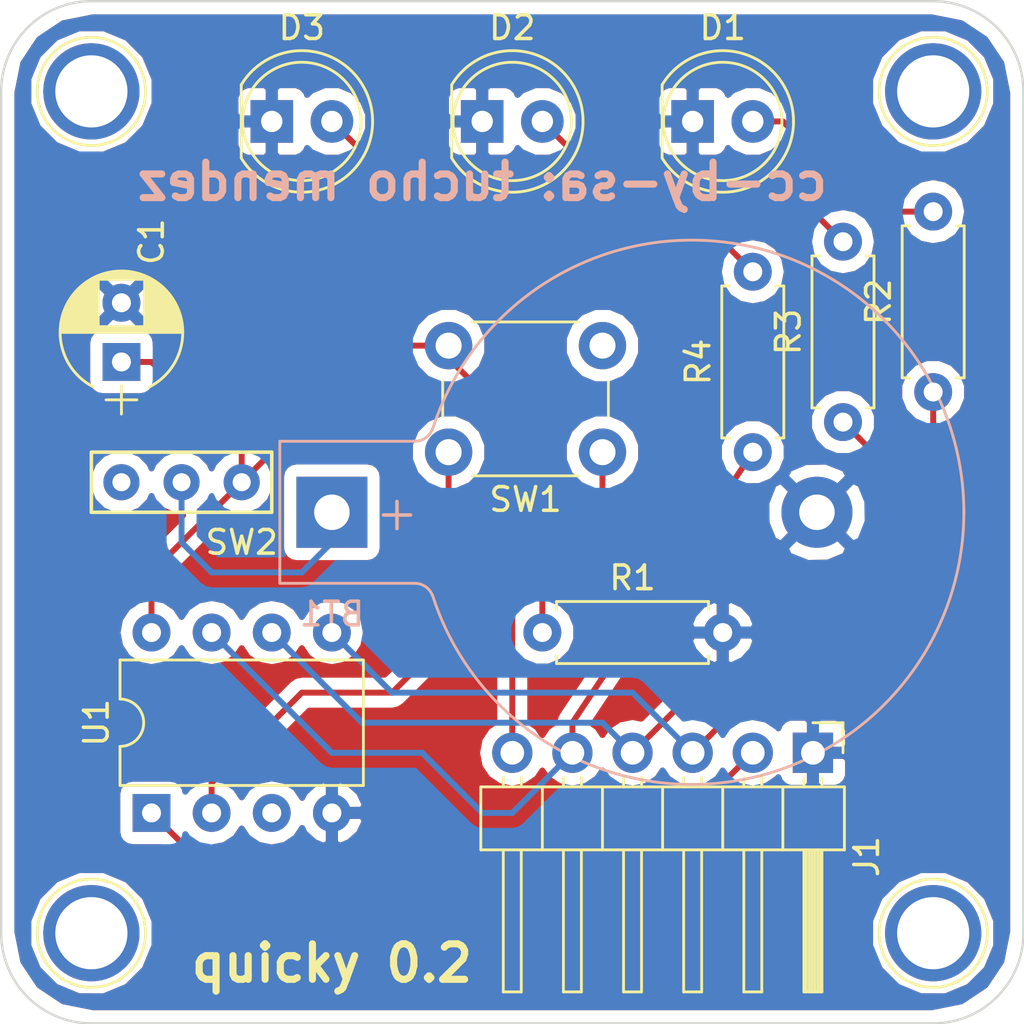
<source format=kicad_pcb>
(kicad_pcb (version 4) (host pcbnew 4.0.7-e2-6376~58~ubuntu17.04.1)

  (general
    (links 26)
    (no_connects 2)
    (area 134.569999 90.119999 177.850001 133.400001)
    (thickness 1.6)
    (drawings 10)
    (tracks 59)
    (zones 0)
    (modules 17)
    (nets 13)
  )

  (page A4)
  (layers
    (0 F.Cu signal hide)
    (31 B.Cu signal hide)
    (32 B.Adhes user hide)
    (33 F.Adhes user hide)
    (34 B.Paste user hide)
    (35 F.Paste user hide)
    (36 B.SilkS user)
    (37 F.SilkS user hide)
    (38 B.Mask user hide)
    (39 F.Mask user hide)
    (40 Dwgs.User user hide)
    (41 Cmts.User user hide)
    (42 Eco1.User user hide)
    (43 Eco2.User user hide)
    (44 Edge.Cuts user)
    (45 Margin user)
    (46 B.CrtYd user hide)
    (47 F.CrtYd user)
    (48 B.Fab user)
    (49 F.Fab user hide)
  )

  (setup
    (last_trace_width 0.25)
    (trace_clearance 0.2)
    (zone_clearance 0.508)
    (zone_45_only yes)
    (trace_min 0.2)
    (segment_width 0.2)
    (edge_width 0.1)
    (via_size 0.6)
    (via_drill 0.4)
    (via_min_size 0.4)
    (via_min_drill 0.3)
    (uvia_size 0.3)
    (uvia_drill 0.1)
    (uvias_allowed no)
    (uvia_min_size 0.2)
    (uvia_min_drill 0.1)
    (pcb_text_width 0.3)
    (pcb_text_size 1.5 1.5)
    (mod_edge_width 0.15)
    (mod_text_size 1 1)
    (mod_text_width 0.15)
    (pad_size 1.5 1.5)
    (pad_drill 0.6)
    (pad_to_mask_clearance 0)
    (aux_axis_origin 0 0)
    (visible_elements FFFFFF7F)
    (pcbplotparams
      (layerselection 0x00030_80000001)
      (usegerberextensions false)
      (excludeedgelayer true)
      (linewidth 0.100000)
      (plotframeref false)
      (viasonmask false)
      (mode 1)
      (useauxorigin false)
      (hpglpennumber 1)
      (hpglpenspeed 20)
      (hpglpendiameter 15)
      (hpglpenoverlay 2)
      (psnegative false)
      (psa4output false)
      (plotreference true)
      (plotvalue true)
      (plotinvisibletext false)
      (padsonsilk false)
      (subtractmaskfromsilk false)
      (outputformat 1)
      (mirror false)
      (drillshape 1)
      (scaleselection 1)
      (outputdirectory ""))
  )

  (net 0 "")
  (net 1 GND)
  (net 2 "Net-(BT1-Pad1)")
  (net 3 VCC)
  (net 4 "Net-(D1-Pad2)")
  (net 5 "Net-(D2-Pad2)")
  (net 6 "Net-(D3-Pad2)")
  (net 7 "Net-(J1-Pad2)")
  (net 8 "Net-(J1-Pad3)")
  (net 9 "Net-(J1-Pad4)")
  (net 10 "Net-(J1-Pad5)")
  (net 11 "Net-(U1-Pad3)")
  (net 12 "Net-(R1-Pad1)")

  (net_class Default "This is the default net class."
    (clearance 0.2)
    (trace_width 0.25)
    (via_dia 0.6)
    (via_drill 0.4)
    (uvia_dia 0.3)
    (uvia_drill 0.1)
    (add_net GND)
    (add_net "Net-(BT1-Pad1)")
    (add_net "Net-(D1-Pad2)")
    (add_net "Net-(D2-Pad2)")
    (add_net "Net-(D3-Pad2)")
    (add_net "Net-(J1-Pad2)")
    (add_net "Net-(J1-Pad3)")
    (add_net "Net-(J1-Pad4)")
    (add_net "Net-(J1-Pad5)")
    (add_net "Net-(R1-Pad1)")
    (add_net "Net-(U1-Pad3)")
    (add_net VCC)
  )

  (module Battery_Holders:Keystone_103_1x20mm-CoinCell (layer B.Cu) (tedit 5787C32C) (tstamp 5B048E6D)
    (at 148.59 111.76)
    (descr http://www.keyelco.com/product-pdf.cfm?p=719)
    (tags "Keystone type 103 battery holder")
    (path /59D92230)
    (fp_text reference BT1 (at 0 4.3) (layer B.SilkS)
      (effects (font (size 1 1) (thickness 0.15)) (justify mirror))
    )
    (fp_text value Battery_Cell (at 15 -13) (layer B.Fab)
      (effects (font (size 1 1) (thickness 0.15)) (justify mirror))
    )
    (fp_text user + (at 2.75 0) (layer B.SilkS)
      (effects (font (size 1.5 1.5) (thickness 0.15)) (justify mirror))
    )
    (fp_arc (start 15.2 0) (end 4.015 -3.6) (angle 162.5) (layer B.CrtYd) (width 0.05))
    (fp_arc (start 15.2 0) (end 4.015 3.6) (angle -162.5) (layer B.CrtYd) (width 0.05))
    (fp_arc (start 3.5 -3.8) (end 3.5 -3.25) (angle -70) (layer B.CrtYd) (width 0.05))
    (fp_arc (start 3.5 3.8) (end 3.5 3.25) (angle 70) (layer B.CrtYd) (width 0.05))
    (fp_arc (start 15.2 0) (end 4.25 -3.5) (angle 162.5) (layer B.SilkS) (width 0.12))
    (fp_arc (start 3.5 -3.8) (end 3.5 -3) (angle -70) (layer B.SilkS) (width 0.12))
    (fp_arc (start 15.2 0) (end 4.25 3.5) (angle -162.5) (layer B.SilkS) (width 0.12))
    (fp_arc (start 3.5 3.8) (end 3.5 3) (angle 70) (layer B.SilkS) (width 0.12))
    (fp_arc (start 3.5 -3.8) (end 3.5 -2.9) (angle -70) (layer B.Fab) (width 0.1))
    (fp_arc (start 15.2 0) (end 4.35 -3.5) (angle 162.5) (layer B.Fab) (width 0.1))
    (fp_arc (start 15.2 0) (end 4.35 3.5) (angle -162.5) (layer B.Fab) (width 0.1))
    (fp_arc (start 15.2 0) (end 5.2 -1.3) (angle 180) (layer B.Fab) (width 0.1))
    (fp_line (start -2.45 3.25) (end 3.5 3.25) (layer B.CrtYd) (width 0.05))
    (fp_line (start -2.45 -3.25) (end 3.5 -3.25) (layer B.CrtYd) (width 0.05))
    (fp_line (start -2.45 -3.25) (end -2.45 3.25) (layer B.CrtYd) (width 0.05))
    (fp_line (start -2.2 3) (end 3.5 3) (layer B.SilkS) (width 0.12))
    (fp_line (start -2.2 -3) (end -2.2 3) (layer B.SilkS) (width 0.12))
    (fp_line (start -2.2 -3) (end 3.5 -3) (layer B.SilkS) (width 0.12))
    (fp_arc (start 15.2 0) (end 9 -1.3) (angle 170) (layer B.Fab) (width 0.1))
    (fp_arc (start 15.2 0) (end 13.3 -1.3) (angle 150) (layer B.Fab) (width 0.1))
    (fp_line (start 23.5712 -7.7216) (end 22.6568 -6.8834) (layer B.Fab) (width 0.1))
    (fp_line (start 23.5712 7.7216) (end 22.6314 6.858) (layer B.Fab) (width 0.1))
    (fp_arc (start 15.2 0) (end 13.3 1.3) (angle -150) (layer B.Fab) (width 0.1))
    (fp_arc (start 15.2 0) (end 9 1.3) (angle -170) (layer B.Fab) (width 0.1))
    (fp_arc (start 15.2 0) (end 5.2 1.3) (angle -180) (layer B.Fab) (width 0.1))
    (fp_line (start 3.5306 2.9) (end -1.7 2.9) (layer B.Fab) (width 0.1))
    (fp_line (start -1.7 -2.9) (end 3.5306 -2.9) (layer B.Fab) (width 0.1))
    (fp_line (start -2.1 2.5) (end -2.1 -2.5) (layer B.Fab) (width 0.1))
    (fp_line (start 0 -1.3) (end 16.2 -1.3) (layer B.Fab) (width 0.1))
    (fp_line (start 16.2 1.3) (end 0 1.3) (layer B.Fab) (width 0.1))
    (fp_arc (start 3.5 3.8) (end 3.5 2.9) (angle 70) (layer B.Fab) (width 0.1))
    (fp_arc (start 16.2 0) (end 16.2 1.3) (angle -180) (layer B.Fab) (width 0.1))
    (fp_line (start 0 1.3) (end 0 -1.3) (layer B.Fab) (width 0.1))
    (fp_arc (start -1.7 -2.5) (end -2.1 -2.5) (angle 90) (layer B.Fab) (width 0.1))
    (fp_arc (start -1.7 2.5) (end -2.1 2.5) (angle -90) (layer B.Fab) (width 0.1))
    (pad 2 thru_hole circle (at 20.49 0) (size 3 3) (drill 1.5) (layers *.Cu *.Mask)
      (net 1 GND))
    (pad 1 thru_hole rect (at 0 0) (size 3 3) (drill 1.5) (layers *.Cu *.Mask)
      (net 2 "Net-(BT1-Pad1)"))
    (model Battery_Holders.3dshapes/Keystone_103_1x20mm-CoinCell.wrl
      (at (xyz 0.6 0 0))
      (scale (xyz 1 1 1))
      (rotate (xyz 0 0 180))
    )
  )

  (module Housings_DIP:DIP-8_W7.62mm (layer F.Cu) (tedit 59C78D6B) (tstamp 5B048EC2)
    (at 140.97 124.46 90)
    (descr "8-lead though-hole mounted DIP package, row spacing 7.62 mm (300 mils)")
    (tags "THT DIP DIL PDIP 2.54mm 7.62mm 300mil")
    (path /59CAB53C)
    (fp_text reference U1 (at 3.81 -2.33 90) (layer F.SilkS)
      (effects (font (size 1 1) (thickness 0.15)))
    )
    (fp_text value ATTINY85-20PU (at 3.81 9.95 90) (layer F.Fab)
      (effects (font (size 1 1) (thickness 0.15)))
    )
    (fp_arc (start 3.81 -1.33) (end 2.81 -1.33) (angle -180) (layer F.SilkS) (width 0.12))
    (fp_line (start 1.635 -1.27) (end 6.985 -1.27) (layer F.Fab) (width 0.1))
    (fp_line (start 6.985 -1.27) (end 6.985 8.89) (layer F.Fab) (width 0.1))
    (fp_line (start 6.985 8.89) (end 0.635 8.89) (layer F.Fab) (width 0.1))
    (fp_line (start 0.635 8.89) (end 0.635 -0.27) (layer F.Fab) (width 0.1))
    (fp_line (start 0.635 -0.27) (end 1.635 -1.27) (layer F.Fab) (width 0.1))
    (fp_line (start 2.81 -1.33) (end 1.16 -1.33) (layer F.SilkS) (width 0.12))
    (fp_line (start 1.16 -1.33) (end 1.16 8.95) (layer F.SilkS) (width 0.12))
    (fp_line (start 1.16 8.95) (end 6.46 8.95) (layer F.SilkS) (width 0.12))
    (fp_line (start 6.46 8.95) (end 6.46 -1.33) (layer F.SilkS) (width 0.12))
    (fp_line (start 6.46 -1.33) (end 4.81 -1.33) (layer F.SilkS) (width 0.12))
    (fp_line (start -1.1 -1.55) (end -1.1 9.15) (layer F.CrtYd) (width 0.05))
    (fp_line (start -1.1 9.15) (end 8.7 9.15) (layer F.CrtYd) (width 0.05))
    (fp_line (start 8.7 9.15) (end 8.7 -1.55) (layer F.CrtYd) (width 0.05))
    (fp_line (start 8.7 -1.55) (end -1.1 -1.55) (layer F.CrtYd) (width 0.05))
    (fp_text user %R (at 3.81 3.81 90) (layer F.Fab)
      (effects (font (size 1 1) (thickness 0.15)))
    )
    (pad 1 thru_hole rect (at 0 0 90) (size 1.6 1.6) (drill 0.8) (layers *.Cu *.Mask)
      (net 7 "Net-(J1-Pad2)"))
    (pad 5 thru_hole oval (at 7.62 7.62 90) (size 1.6 1.6) (drill 0.8) (layers *.Cu *.Mask)
      (net 8 "Net-(J1-Pad3)"))
    (pad 2 thru_hole oval (at 0 2.54 90) (size 1.6 1.6) (drill 0.8) (layers *.Cu *.Mask)
      (net 12 "Net-(R1-Pad1)"))
    (pad 6 thru_hole oval (at 7.62 5.08 90) (size 1.6 1.6) (drill 0.8) (layers *.Cu *.Mask)
      (net 9 "Net-(J1-Pad4)"))
    (pad 3 thru_hole oval (at 0 5.08 90) (size 1.6 1.6) (drill 0.8) (layers *.Cu *.Mask)
      (net 11 "Net-(U1-Pad3)"))
    (pad 7 thru_hole oval (at 7.62 2.54 90) (size 1.6 1.6) (drill 0.8) (layers *.Cu *.Mask)
      (net 10 "Net-(J1-Pad5)"))
    (pad 4 thru_hole oval (at 0 7.62 90) (size 1.6 1.6) (drill 0.8) (layers *.Cu *.Mask)
      (net 1 GND))
    (pad 8 thru_hole oval (at 7.62 0 90) (size 1.6 1.6) (drill 0.8) (layers *.Cu *.Mask)
      (net 3 VCC))
    (model ${KISYS3DMOD}/Housings_DIP.3dshapes/DIP-8_W7.62mm.wrl
      (at (xyz 0 0 0))
      (scale (xyz 1 1 1))
      (rotate (xyz 0 0 0))
    )
  )

  (module Capacitors_ThroughHole:CP_Radial_D5.0mm_P2.50mm (layer F.Cu) (tedit 5B059F40) (tstamp 5B048E73)
    (at 139.7 105.41 90)
    (descr "CP, Radial series, Radial, pin pitch=2.50mm, , diameter=5mm, Electrolytic Capacitor")
    (tags "CP Radial series Radial pin pitch 2.50mm  diameter 5mm Electrolytic Capacitor")
    (path /59D924A0)
    (fp_text reference C1 (at 5.08 1.27 90) (layer F.SilkS)
      (effects (font (size 1 1) (thickness 0.15)))
    )
    (fp_text value 10uF (at 1.25 3.81 90) (layer F.Fab)
      (effects (font (size 1 1) (thickness 0.15)))
    )
    (fp_arc (start 1.25 0) (end -1.05558 -1.18) (angle 125.8) (layer F.SilkS) (width 0.12))
    (fp_arc (start 1.25 0) (end -1.05558 1.18) (angle -125.8) (layer F.SilkS) (width 0.12))
    (fp_arc (start 1.25 0) (end 3.55558 -1.18) (angle 54.2) (layer F.SilkS) (width 0.12))
    (fp_circle (center 1.25 0) (end 3.75 0) (layer F.Fab) (width 0.1))
    (fp_line (start -2.2 0) (end -1 0) (layer F.Fab) (width 0.1))
    (fp_line (start -1.6 -0.65) (end -1.6 0.65) (layer F.Fab) (width 0.1))
    (fp_line (start 1.25 -2.55) (end 1.25 2.55) (layer F.SilkS) (width 0.12))
    (fp_line (start 1.29 -2.55) (end 1.29 2.55) (layer F.SilkS) (width 0.12))
    (fp_line (start 1.33 -2.549) (end 1.33 2.549) (layer F.SilkS) (width 0.12))
    (fp_line (start 1.37 -2.548) (end 1.37 2.548) (layer F.SilkS) (width 0.12))
    (fp_line (start 1.41 -2.546) (end 1.41 2.546) (layer F.SilkS) (width 0.12))
    (fp_line (start 1.45 -2.543) (end 1.45 2.543) (layer F.SilkS) (width 0.12))
    (fp_line (start 1.49 -2.539) (end 1.49 2.539) (layer F.SilkS) (width 0.12))
    (fp_line (start 1.53 -2.535) (end 1.53 -0.98) (layer F.SilkS) (width 0.12))
    (fp_line (start 1.53 0.98) (end 1.53 2.535) (layer F.SilkS) (width 0.12))
    (fp_line (start 1.57 -2.531) (end 1.57 -0.98) (layer F.SilkS) (width 0.12))
    (fp_line (start 1.57 0.98) (end 1.57 2.531) (layer F.SilkS) (width 0.12))
    (fp_line (start 1.61 -2.525) (end 1.61 -0.98) (layer F.SilkS) (width 0.12))
    (fp_line (start 1.61 0.98) (end 1.61 2.525) (layer F.SilkS) (width 0.12))
    (fp_line (start 1.65 -2.519) (end 1.65 -0.98) (layer F.SilkS) (width 0.12))
    (fp_line (start 1.65 0.98) (end 1.65 2.519) (layer F.SilkS) (width 0.12))
    (fp_line (start 1.69 -2.513) (end 1.69 -0.98) (layer F.SilkS) (width 0.12))
    (fp_line (start 1.69 0.98) (end 1.69 2.513) (layer F.SilkS) (width 0.12))
    (fp_line (start 1.73 -2.506) (end 1.73 -0.98) (layer F.SilkS) (width 0.12))
    (fp_line (start 1.73 0.98) (end 1.73 2.506) (layer F.SilkS) (width 0.12))
    (fp_line (start 1.77 -2.498) (end 1.77 -0.98) (layer F.SilkS) (width 0.12))
    (fp_line (start 1.77 0.98) (end 1.77 2.498) (layer F.SilkS) (width 0.12))
    (fp_line (start 1.81 -2.489) (end 1.81 -0.98) (layer F.SilkS) (width 0.12))
    (fp_line (start 1.81 0.98) (end 1.81 2.489) (layer F.SilkS) (width 0.12))
    (fp_line (start 1.85 -2.48) (end 1.85 -0.98) (layer F.SilkS) (width 0.12))
    (fp_line (start 1.85 0.98) (end 1.85 2.48) (layer F.SilkS) (width 0.12))
    (fp_line (start 1.89 -2.47) (end 1.89 -0.98) (layer F.SilkS) (width 0.12))
    (fp_line (start 1.89 0.98) (end 1.89 2.47) (layer F.SilkS) (width 0.12))
    (fp_line (start 1.93 -2.46) (end 1.93 -0.98) (layer F.SilkS) (width 0.12))
    (fp_line (start 1.93 0.98) (end 1.93 2.46) (layer F.SilkS) (width 0.12))
    (fp_line (start 1.971 -2.448) (end 1.971 -0.98) (layer F.SilkS) (width 0.12))
    (fp_line (start 1.971 0.98) (end 1.971 2.448) (layer F.SilkS) (width 0.12))
    (fp_line (start 2.011 -2.436) (end 2.011 -0.98) (layer F.SilkS) (width 0.12))
    (fp_line (start 2.011 0.98) (end 2.011 2.436) (layer F.SilkS) (width 0.12))
    (fp_line (start 2.051 -2.424) (end 2.051 -0.98) (layer F.SilkS) (width 0.12))
    (fp_line (start 2.051 0.98) (end 2.051 2.424) (layer F.SilkS) (width 0.12))
    (fp_line (start 2.091 -2.41) (end 2.091 -0.98) (layer F.SilkS) (width 0.12))
    (fp_line (start 2.091 0.98) (end 2.091 2.41) (layer F.SilkS) (width 0.12))
    (fp_line (start 2.131 -2.396) (end 2.131 -0.98) (layer F.SilkS) (width 0.12))
    (fp_line (start 2.131 0.98) (end 2.131 2.396) (layer F.SilkS) (width 0.12))
    (fp_line (start 2.171 -2.382) (end 2.171 -0.98) (layer F.SilkS) (width 0.12))
    (fp_line (start 2.171 0.98) (end 2.171 2.382) (layer F.SilkS) (width 0.12))
    (fp_line (start 2.211 -2.366) (end 2.211 -0.98) (layer F.SilkS) (width 0.12))
    (fp_line (start 2.211 0.98) (end 2.211 2.366) (layer F.SilkS) (width 0.12))
    (fp_line (start 2.251 -2.35) (end 2.251 -0.98) (layer F.SilkS) (width 0.12))
    (fp_line (start 2.251 0.98) (end 2.251 2.35) (layer F.SilkS) (width 0.12))
    (fp_line (start 2.291 -2.333) (end 2.291 -0.98) (layer F.SilkS) (width 0.12))
    (fp_line (start 2.291 0.98) (end 2.291 2.333) (layer F.SilkS) (width 0.12))
    (fp_line (start 2.331 -2.315) (end 2.331 -0.98) (layer F.SilkS) (width 0.12))
    (fp_line (start 2.331 0.98) (end 2.331 2.315) (layer F.SilkS) (width 0.12))
    (fp_line (start 2.371 -2.296) (end 2.371 -0.98) (layer F.SilkS) (width 0.12))
    (fp_line (start 2.371 0.98) (end 2.371 2.296) (layer F.SilkS) (width 0.12))
    (fp_line (start 2.411 -2.276) (end 2.411 -0.98) (layer F.SilkS) (width 0.12))
    (fp_line (start 2.411 0.98) (end 2.411 2.276) (layer F.SilkS) (width 0.12))
    (fp_line (start 2.451 -2.256) (end 2.451 -0.98) (layer F.SilkS) (width 0.12))
    (fp_line (start 2.451 0.98) (end 2.451 2.256) (layer F.SilkS) (width 0.12))
    (fp_line (start 2.491 -2.234) (end 2.491 -0.98) (layer F.SilkS) (width 0.12))
    (fp_line (start 2.491 0.98) (end 2.491 2.234) (layer F.SilkS) (width 0.12))
    (fp_line (start 2.531 -2.212) (end 2.531 -0.98) (layer F.SilkS) (width 0.12))
    (fp_line (start 2.531 0.98) (end 2.531 2.212) (layer F.SilkS) (width 0.12))
    (fp_line (start 2.571 -2.189) (end 2.571 -0.98) (layer F.SilkS) (width 0.12))
    (fp_line (start 2.571 0.98) (end 2.571 2.189) (layer F.SilkS) (width 0.12))
    (fp_line (start 2.611 -2.165) (end 2.611 -0.98) (layer F.SilkS) (width 0.12))
    (fp_line (start 2.611 0.98) (end 2.611 2.165) (layer F.SilkS) (width 0.12))
    (fp_line (start 2.651 -2.14) (end 2.651 -0.98) (layer F.SilkS) (width 0.12))
    (fp_line (start 2.651 0.98) (end 2.651 2.14) (layer F.SilkS) (width 0.12))
    (fp_line (start 2.691 -2.113) (end 2.691 -0.98) (layer F.SilkS) (width 0.12))
    (fp_line (start 2.691 0.98) (end 2.691 2.113) (layer F.SilkS) (width 0.12))
    (fp_line (start 2.731 -2.086) (end 2.731 -0.98) (layer F.SilkS) (width 0.12))
    (fp_line (start 2.731 0.98) (end 2.731 2.086) (layer F.SilkS) (width 0.12))
    (fp_line (start 2.771 -2.058) (end 2.771 -0.98) (layer F.SilkS) (width 0.12))
    (fp_line (start 2.771 0.98) (end 2.771 2.058) (layer F.SilkS) (width 0.12))
    (fp_line (start 2.811 -2.028) (end 2.811 -0.98) (layer F.SilkS) (width 0.12))
    (fp_line (start 2.811 0.98) (end 2.811 2.028) (layer F.SilkS) (width 0.12))
    (fp_line (start 2.851 -1.997) (end 2.851 -0.98) (layer F.SilkS) (width 0.12))
    (fp_line (start 2.851 0.98) (end 2.851 1.997) (layer F.SilkS) (width 0.12))
    (fp_line (start 2.891 -1.965) (end 2.891 -0.98) (layer F.SilkS) (width 0.12))
    (fp_line (start 2.891 0.98) (end 2.891 1.965) (layer F.SilkS) (width 0.12))
    (fp_line (start 2.931 -1.932) (end 2.931 -0.98) (layer F.SilkS) (width 0.12))
    (fp_line (start 2.931 0.98) (end 2.931 1.932) (layer F.SilkS) (width 0.12))
    (fp_line (start 2.971 -1.897) (end 2.971 -0.98) (layer F.SilkS) (width 0.12))
    (fp_line (start 2.971 0.98) (end 2.971 1.897) (layer F.SilkS) (width 0.12))
    (fp_line (start 3.011 -1.861) (end 3.011 -0.98) (layer F.SilkS) (width 0.12))
    (fp_line (start 3.011 0.98) (end 3.011 1.861) (layer F.SilkS) (width 0.12))
    (fp_line (start 3.051 -1.823) (end 3.051 -0.98) (layer F.SilkS) (width 0.12))
    (fp_line (start 3.051 0.98) (end 3.051 1.823) (layer F.SilkS) (width 0.12))
    (fp_line (start 3.091 -1.783) (end 3.091 -0.98) (layer F.SilkS) (width 0.12))
    (fp_line (start 3.091 0.98) (end 3.091 1.783) (layer F.SilkS) (width 0.12))
    (fp_line (start 3.131 -1.742) (end 3.131 -0.98) (layer F.SilkS) (width 0.12))
    (fp_line (start 3.131 0.98) (end 3.131 1.742) (layer F.SilkS) (width 0.12))
    (fp_line (start 3.171 -1.699) (end 3.171 -0.98) (layer F.SilkS) (width 0.12))
    (fp_line (start 3.171 0.98) (end 3.171 1.699) (layer F.SilkS) (width 0.12))
    (fp_line (start 3.211 -1.654) (end 3.211 -0.98) (layer F.SilkS) (width 0.12))
    (fp_line (start 3.211 0.98) (end 3.211 1.654) (layer F.SilkS) (width 0.12))
    (fp_line (start 3.251 -1.606) (end 3.251 -0.98) (layer F.SilkS) (width 0.12))
    (fp_line (start 3.251 0.98) (end 3.251 1.606) (layer F.SilkS) (width 0.12))
    (fp_line (start 3.291 -1.556) (end 3.291 -0.98) (layer F.SilkS) (width 0.12))
    (fp_line (start 3.291 0.98) (end 3.291 1.556) (layer F.SilkS) (width 0.12))
    (fp_line (start 3.331 -1.504) (end 3.331 -0.98) (layer F.SilkS) (width 0.12))
    (fp_line (start 3.331 0.98) (end 3.331 1.504) (layer F.SilkS) (width 0.12))
    (fp_line (start 3.371 -1.448) (end 3.371 -0.98) (layer F.SilkS) (width 0.12))
    (fp_line (start 3.371 0.98) (end 3.371 1.448) (layer F.SilkS) (width 0.12))
    (fp_line (start 3.411 -1.39) (end 3.411 -0.98) (layer F.SilkS) (width 0.12))
    (fp_line (start 3.411 0.98) (end 3.411 1.39) (layer F.SilkS) (width 0.12))
    (fp_line (start 3.451 -1.327) (end 3.451 -0.98) (layer F.SilkS) (width 0.12))
    (fp_line (start 3.451 0.98) (end 3.451 1.327) (layer F.SilkS) (width 0.12))
    (fp_line (start 3.491 -1.261) (end 3.491 1.261) (layer F.SilkS) (width 0.12))
    (fp_line (start 3.531 -1.189) (end 3.531 1.189) (layer F.SilkS) (width 0.12))
    (fp_line (start 3.571 -1.112) (end 3.571 1.112) (layer F.SilkS) (width 0.12))
    (fp_line (start 3.611 -1.028) (end 3.611 1.028) (layer F.SilkS) (width 0.12))
    (fp_line (start 3.651 -0.934) (end 3.651 0.934) (layer F.SilkS) (width 0.12))
    (fp_line (start 3.691 -0.829) (end 3.691 0.829) (layer F.SilkS) (width 0.12))
    (fp_line (start 3.731 -0.707) (end 3.731 0.707) (layer F.SilkS) (width 0.12))
    (fp_line (start 3.771 -0.559) (end 3.771 0.559) (layer F.SilkS) (width 0.12))
    (fp_line (start 3.811 -0.354) (end 3.811 0.354) (layer F.SilkS) (width 0.12))
    (fp_line (start -2.2 0) (end -1 0) (layer F.SilkS) (width 0.12))
    (fp_line (start -1.6 -0.65) (end -1.6 0.65) (layer F.SilkS) (width 0.12))
    (fp_line (start -1.6 -2.85) (end -1.6 2.85) (layer F.CrtYd) (width 0.05))
    (fp_line (start -1.6 2.85) (end 4.1 2.85) (layer F.CrtYd) (width 0.05))
    (fp_line (start 4.1 2.85) (end 4.1 -2.85) (layer F.CrtYd) (width 0.05))
    (fp_line (start 4.1 -2.85) (end -1.6 -2.85) (layer F.CrtYd) (width 0.05))
    (fp_text user %R (at 1.25 0 90) (layer F.Fab)
      (effects (font (size 1 1) (thickness 0.15)))
    )
    (pad 1 thru_hole rect (at 0 0 90) (size 1.6 1.6) (drill 0.8) (layers *.Cu *.Mask)
      (net 3 VCC))
    (pad 2 thru_hole circle (at 2.5 0 90) (size 1.6 1.6) (drill 0.8) (layers *.Cu *.Mask)
      (net 1 GND))
    (model ${KISYS3DMOD}/Capacitors_THT.3dshapes/CP_Radial_D5.0mm_P2.50mm.wrl
      (at (xyz 0 0 0))
      (scale (xyz 1 1 1))
      (rotate (xyz 0 0 0))
    )
  )

  (module LEDs:LED_D5.0mm (layer F.Cu) (tedit 5995936A) (tstamp 5B048E79)
    (at 163.83 95.25)
    (descr "LED, diameter 5.0mm, 2 pins, http://cdn-reichelt.de/documents/datenblatt/A500/LL-504BC2E-009.pdf")
    (tags "LED diameter 5.0mm 2 pins")
    (path /59CAB7D2)
    (fp_text reference D1 (at 1.27 -3.96) (layer F.SilkS)
      (effects (font (size 1 1) (thickness 0.15)))
    )
    (fp_text value LED (at 1.27 3.96) (layer F.Fab)
      (effects (font (size 1 1) (thickness 0.15)))
    )
    (fp_arc (start 1.27 0) (end -1.23 -1.469694) (angle 299.1) (layer F.Fab) (width 0.1))
    (fp_arc (start 1.27 0) (end -1.29 -1.54483) (angle 148.9) (layer F.SilkS) (width 0.12))
    (fp_arc (start 1.27 0) (end -1.29 1.54483) (angle -148.9) (layer F.SilkS) (width 0.12))
    (fp_circle (center 1.27 0) (end 3.77 0) (layer F.Fab) (width 0.1))
    (fp_circle (center 1.27 0) (end 3.77 0) (layer F.SilkS) (width 0.12))
    (fp_line (start -1.23 -1.469694) (end -1.23 1.469694) (layer F.Fab) (width 0.1))
    (fp_line (start -1.29 -1.545) (end -1.29 1.545) (layer F.SilkS) (width 0.12))
    (fp_line (start -1.95 -3.25) (end -1.95 3.25) (layer F.CrtYd) (width 0.05))
    (fp_line (start -1.95 3.25) (end 4.5 3.25) (layer F.CrtYd) (width 0.05))
    (fp_line (start 4.5 3.25) (end 4.5 -3.25) (layer F.CrtYd) (width 0.05))
    (fp_line (start 4.5 -3.25) (end -1.95 -3.25) (layer F.CrtYd) (width 0.05))
    (fp_text user %R (at 1.25 0) (layer F.Fab)
      (effects (font (size 0.8 0.8) (thickness 0.2)))
    )
    (pad 1 thru_hole rect (at 0 0) (size 1.8 1.8) (drill 0.9) (layers *.Cu *.Mask)
      (net 1 GND))
    (pad 2 thru_hole circle (at 2.54 0) (size 1.8 1.8) (drill 0.9) (layers *.Cu *.Mask)
      (net 4 "Net-(D1-Pad2)"))
    (model ${KISYS3DMOD}/LEDs.3dshapes/LED_D5.0mm.wrl
      (at (xyz 0 0 0))
      (scale (xyz 0.393701 0.393701 0.393701))
      (rotate (xyz 0 0 0))
    )
  )

  (module LEDs:LED_D5.0mm (layer F.Cu) (tedit 5995936A) (tstamp 5B048E7F)
    (at 154.94 95.25)
    (descr "LED, diameter 5.0mm, 2 pins, http://cdn-reichelt.de/documents/datenblatt/A500/LL-504BC2E-009.pdf")
    (tags "LED diameter 5.0mm 2 pins")
    (path /59CAB6CC)
    (fp_text reference D2 (at 1.27 -3.96) (layer F.SilkS)
      (effects (font (size 1 1) (thickness 0.15)))
    )
    (fp_text value LED (at 1.27 3.96) (layer F.Fab)
      (effects (font (size 1 1) (thickness 0.15)))
    )
    (fp_arc (start 1.27 0) (end -1.23 -1.469694) (angle 299.1) (layer F.Fab) (width 0.1))
    (fp_arc (start 1.27 0) (end -1.29 -1.54483) (angle 148.9) (layer F.SilkS) (width 0.12))
    (fp_arc (start 1.27 0) (end -1.29 1.54483) (angle -148.9) (layer F.SilkS) (width 0.12))
    (fp_circle (center 1.27 0) (end 3.77 0) (layer F.Fab) (width 0.1))
    (fp_circle (center 1.27 0) (end 3.77 0) (layer F.SilkS) (width 0.12))
    (fp_line (start -1.23 -1.469694) (end -1.23 1.469694) (layer F.Fab) (width 0.1))
    (fp_line (start -1.29 -1.545) (end -1.29 1.545) (layer F.SilkS) (width 0.12))
    (fp_line (start -1.95 -3.25) (end -1.95 3.25) (layer F.CrtYd) (width 0.05))
    (fp_line (start -1.95 3.25) (end 4.5 3.25) (layer F.CrtYd) (width 0.05))
    (fp_line (start 4.5 3.25) (end 4.5 -3.25) (layer F.CrtYd) (width 0.05))
    (fp_line (start 4.5 -3.25) (end -1.95 -3.25) (layer F.CrtYd) (width 0.05))
    (fp_text user %R (at 1.25 0) (layer F.Fab)
      (effects (font (size 0.8 0.8) (thickness 0.2)))
    )
    (pad 1 thru_hole rect (at 0 0) (size 1.8 1.8) (drill 0.9) (layers *.Cu *.Mask)
      (net 1 GND))
    (pad 2 thru_hole circle (at 2.54 0) (size 1.8 1.8) (drill 0.9) (layers *.Cu *.Mask)
      (net 5 "Net-(D2-Pad2)"))
    (model ${KISYS3DMOD}/LEDs.3dshapes/LED_D5.0mm.wrl
      (at (xyz 0 0 0))
      (scale (xyz 0.393701 0.393701 0.393701))
      (rotate (xyz 0 0 0))
    )
  )

  (module LEDs:LED_D5.0mm (layer F.Cu) (tedit 5995936A) (tstamp 5B048E85)
    (at 146.05 95.25)
    (descr "LED, diameter 5.0mm, 2 pins, http://cdn-reichelt.de/documents/datenblatt/A500/LL-504BC2E-009.pdf")
    (tags "LED diameter 5.0mm 2 pins")
    (path /59CAB7FE)
    (fp_text reference D3 (at 1.27 -3.96) (layer F.SilkS)
      (effects (font (size 1 1) (thickness 0.15)))
    )
    (fp_text value LED (at 1.27 3.96) (layer F.Fab)
      (effects (font (size 1 1) (thickness 0.15)))
    )
    (fp_arc (start 1.27 0) (end -1.23 -1.469694) (angle 299.1) (layer F.Fab) (width 0.1))
    (fp_arc (start 1.27 0) (end -1.29 -1.54483) (angle 148.9) (layer F.SilkS) (width 0.12))
    (fp_arc (start 1.27 0) (end -1.29 1.54483) (angle -148.9) (layer F.SilkS) (width 0.12))
    (fp_circle (center 1.27 0) (end 3.77 0) (layer F.Fab) (width 0.1))
    (fp_circle (center 1.27 0) (end 3.77 0) (layer F.SilkS) (width 0.12))
    (fp_line (start -1.23 -1.469694) (end -1.23 1.469694) (layer F.Fab) (width 0.1))
    (fp_line (start -1.29 -1.545) (end -1.29 1.545) (layer F.SilkS) (width 0.12))
    (fp_line (start -1.95 -3.25) (end -1.95 3.25) (layer F.CrtYd) (width 0.05))
    (fp_line (start -1.95 3.25) (end 4.5 3.25) (layer F.CrtYd) (width 0.05))
    (fp_line (start 4.5 3.25) (end 4.5 -3.25) (layer F.CrtYd) (width 0.05))
    (fp_line (start 4.5 -3.25) (end -1.95 -3.25) (layer F.CrtYd) (width 0.05))
    (fp_text user %R (at 1.25 0) (layer F.Fab)
      (effects (font (size 0.8 0.8) (thickness 0.2)))
    )
    (pad 1 thru_hole rect (at 0 0) (size 1.8 1.8) (drill 0.9) (layers *.Cu *.Mask)
      (net 1 GND))
    (pad 2 thru_hole circle (at 2.54 0) (size 1.8 1.8) (drill 0.9) (layers *.Cu *.Mask)
      (net 6 "Net-(D3-Pad2)"))
    (model ${KISYS3DMOD}/LEDs.3dshapes/LED_D5.0mm.wrl
      (at (xyz 0 0 0))
      (scale (xyz 0.393701 0.393701 0.393701))
      (rotate (xyz 0 0 0))
    )
  )

  (module Pin_Headers:Pin_Header_Angled_1x06_Pitch2.54mm (layer F.Cu) (tedit 59650532) (tstamp 5B048E8F)
    (at 168.91 121.92 270)
    (descr "Through hole angled pin header, 1x06, 2.54mm pitch, 6mm pin length, single row")
    (tags "Through hole angled pin header THT 1x06 2.54mm single row")
    (path /5B04506B)
    (fp_text reference J1 (at 4.385 -2.27 270) (layer F.SilkS)
      (effects (font (size 1 1) (thickness 0.15)))
    )
    (fp_text value Conn_01x06_Female (at 4.385 14.97 270) (layer F.Fab)
      (effects (font (size 1 1) (thickness 0.15)))
    )
    (fp_line (start 2.135 -1.27) (end 4.04 -1.27) (layer F.Fab) (width 0.1))
    (fp_line (start 4.04 -1.27) (end 4.04 13.97) (layer F.Fab) (width 0.1))
    (fp_line (start 4.04 13.97) (end 1.5 13.97) (layer F.Fab) (width 0.1))
    (fp_line (start 1.5 13.97) (end 1.5 -0.635) (layer F.Fab) (width 0.1))
    (fp_line (start 1.5 -0.635) (end 2.135 -1.27) (layer F.Fab) (width 0.1))
    (fp_line (start -0.32 -0.32) (end 1.5 -0.32) (layer F.Fab) (width 0.1))
    (fp_line (start -0.32 -0.32) (end -0.32 0.32) (layer F.Fab) (width 0.1))
    (fp_line (start -0.32 0.32) (end 1.5 0.32) (layer F.Fab) (width 0.1))
    (fp_line (start 4.04 -0.32) (end 10.04 -0.32) (layer F.Fab) (width 0.1))
    (fp_line (start 10.04 -0.32) (end 10.04 0.32) (layer F.Fab) (width 0.1))
    (fp_line (start 4.04 0.32) (end 10.04 0.32) (layer F.Fab) (width 0.1))
    (fp_line (start -0.32 2.22) (end 1.5 2.22) (layer F.Fab) (width 0.1))
    (fp_line (start -0.32 2.22) (end -0.32 2.86) (layer F.Fab) (width 0.1))
    (fp_line (start -0.32 2.86) (end 1.5 2.86) (layer F.Fab) (width 0.1))
    (fp_line (start 4.04 2.22) (end 10.04 2.22) (layer F.Fab) (width 0.1))
    (fp_line (start 10.04 2.22) (end 10.04 2.86) (layer F.Fab) (width 0.1))
    (fp_line (start 4.04 2.86) (end 10.04 2.86) (layer F.Fab) (width 0.1))
    (fp_line (start -0.32 4.76) (end 1.5 4.76) (layer F.Fab) (width 0.1))
    (fp_line (start -0.32 4.76) (end -0.32 5.4) (layer F.Fab) (width 0.1))
    (fp_line (start -0.32 5.4) (end 1.5 5.4) (layer F.Fab) (width 0.1))
    (fp_line (start 4.04 4.76) (end 10.04 4.76) (layer F.Fab) (width 0.1))
    (fp_line (start 10.04 4.76) (end 10.04 5.4) (layer F.Fab) (width 0.1))
    (fp_line (start 4.04 5.4) (end 10.04 5.4) (layer F.Fab) (width 0.1))
    (fp_line (start -0.32 7.3) (end 1.5 7.3) (layer F.Fab) (width 0.1))
    (fp_line (start -0.32 7.3) (end -0.32 7.94) (layer F.Fab) (width 0.1))
    (fp_line (start -0.32 7.94) (end 1.5 7.94) (layer F.Fab) (width 0.1))
    (fp_line (start 4.04 7.3) (end 10.04 7.3) (layer F.Fab) (width 0.1))
    (fp_line (start 10.04 7.3) (end 10.04 7.94) (layer F.Fab) (width 0.1))
    (fp_line (start 4.04 7.94) (end 10.04 7.94) (layer F.Fab) (width 0.1))
    (fp_line (start -0.32 9.84) (end 1.5 9.84) (layer F.Fab) (width 0.1))
    (fp_line (start -0.32 9.84) (end -0.32 10.48) (layer F.Fab) (width 0.1))
    (fp_line (start -0.32 10.48) (end 1.5 10.48) (layer F.Fab) (width 0.1))
    (fp_line (start 4.04 9.84) (end 10.04 9.84) (layer F.Fab) (width 0.1))
    (fp_line (start 10.04 9.84) (end 10.04 10.48) (layer F.Fab) (width 0.1))
    (fp_line (start 4.04 10.48) (end 10.04 10.48) (layer F.Fab) (width 0.1))
    (fp_line (start -0.32 12.38) (end 1.5 12.38) (layer F.Fab) (width 0.1))
    (fp_line (start -0.32 12.38) (end -0.32 13.02) (layer F.Fab) (width 0.1))
    (fp_line (start -0.32 13.02) (end 1.5 13.02) (layer F.Fab) (width 0.1))
    (fp_line (start 4.04 12.38) (end 10.04 12.38) (layer F.Fab) (width 0.1))
    (fp_line (start 10.04 12.38) (end 10.04 13.02) (layer F.Fab) (width 0.1))
    (fp_line (start 4.04 13.02) (end 10.04 13.02) (layer F.Fab) (width 0.1))
    (fp_line (start 1.44 -1.33) (end 1.44 14.03) (layer F.SilkS) (width 0.12))
    (fp_line (start 1.44 14.03) (end 4.1 14.03) (layer F.SilkS) (width 0.12))
    (fp_line (start 4.1 14.03) (end 4.1 -1.33) (layer F.SilkS) (width 0.12))
    (fp_line (start 4.1 -1.33) (end 1.44 -1.33) (layer F.SilkS) (width 0.12))
    (fp_line (start 4.1 -0.38) (end 10.1 -0.38) (layer F.SilkS) (width 0.12))
    (fp_line (start 10.1 -0.38) (end 10.1 0.38) (layer F.SilkS) (width 0.12))
    (fp_line (start 10.1 0.38) (end 4.1 0.38) (layer F.SilkS) (width 0.12))
    (fp_line (start 4.1 -0.32) (end 10.1 -0.32) (layer F.SilkS) (width 0.12))
    (fp_line (start 4.1 -0.2) (end 10.1 -0.2) (layer F.SilkS) (width 0.12))
    (fp_line (start 4.1 -0.08) (end 10.1 -0.08) (layer F.SilkS) (width 0.12))
    (fp_line (start 4.1 0.04) (end 10.1 0.04) (layer F.SilkS) (width 0.12))
    (fp_line (start 4.1 0.16) (end 10.1 0.16) (layer F.SilkS) (width 0.12))
    (fp_line (start 4.1 0.28) (end 10.1 0.28) (layer F.SilkS) (width 0.12))
    (fp_line (start 1.11 -0.38) (end 1.44 -0.38) (layer F.SilkS) (width 0.12))
    (fp_line (start 1.11 0.38) (end 1.44 0.38) (layer F.SilkS) (width 0.12))
    (fp_line (start 1.44 1.27) (end 4.1 1.27) (layer F.SilkS) (width 0.12))
    (fp_line (start 4.1 2.16) (end 10.1 2.16) (layer F.SilkS) (width 0.12))
    (fp_line (start 10.1 2.16) (end 10.1 2.92) (layer F.SilkS) (width 0.12))
    (fp_line (start 10.1 2.92) (end 4.1 2.92) (layer F.SilkS) (width 0.12))
    (fp_line (start 1.042929 2.16) (end 1.44 2.16) (layer F.SilkS) (width 0.12))
    (fp_line (start 1.042929 2.92) (end 1.44 2.92) (layer F.SilkS) (width 0.12))
    (fp_line (start 1.44 3.81) (end 4.1 3.81) (layer F.SilkS) (width 0.12))
    (fp_line (start 4.1 4.7) (end 10.1 4.7) (layer F.SilkS) (width 0.12))
    (fp_line (start 10.1 4.7) (end 10.1 5.46) (layer F.SilkS) (width 0.12))
    (fp_line (start 10.1 5.46) (end 4.1 5.46) (layer F.SilkS) (width 0.12))
    (fp_line (start 1.042929 4.7) (end 1.44 4.7) (layer F.SilkS) (width 0.12))
    (fp_line (start 1.042929 5.46) (end 1.44 5.46) (layer F.SilkS) (width 0.12))
    (fp_line (start 1.44 6.35) (end 4.1 6.35) (layer F.SilkS) (width 0.12))
    (fp_line (start 4.1 7.24) (end 10.1 7.24) (layer F.SilkS) (width 0.12))
    (fp_line (start 10.1 7.24) (end 10.1 8) (layer F.SilkS) (width 0.12))
    (fp_line (start 10.1 8) (end 4.1 8) (layer F.SilkS) (width 0.12))
    (fp_line (start 1.042929 7.24) (end 1.44 7.24) (layer F.SilkS) (width 0.12))
    (fp_line (start 1.042929 8) (end 1.44 8) (layer F.SilkS) (width 0.12))
    (fp_line (start 1.44 8.89) (end 4.1 8.89) (layer F.SilkS) (width 0.12))
    (fp_line (start 4.1 9.78) (end 10.1 9.78) (layer F.SilkS) (width 0.12))
    (fp_line (start 10.1 9.78) (end 10.1 10.54) (layer F.SilkS) (width 0.12))
    (fp_line (start 10.1 10.54) (end 4.1 10.54) (layer F.SilkS) (width 0.12))
    (fp_line (start 1.042929 9.78) (end 1.44 9.78) (layer F.SilkS) (width 0.12))
    (fp_line (start 1.042929 10.54) (end 1.44 10.54) (layer F.SilkS) (width 0.12))
    (fp_line (start 1.44 11.43) (end 4.1 11.43) (layer F.SilkS) (width 0.12))
    (fp_line (start 4.1 12.32) (end 10.1 12.32) (layer F.SilkS) (width 0.12))
    (fp_line (start 10.1 12.32) (end 10.1 13.08) (layer F.SilkS) (width 0.12))
    (fp_line (start 10.1 13.08) (end 4.1 13.08) (layer F.SilkS) (width 0.12))
    (fp_line (start 1.042929 12.32) (end 1.44 12.32) (layer F.SilkS) (width 0.12))
    (fp_line (start 1.042929 13.08) (end 1.44 13.08) (layer F.SilkS) (width 0.12))
    (fp_line (start -1.27 0) (end -1.27 -1.27) (layer F.SilkS) (width 0.12))
    (fp_line (start -1.27 -1.27) (end 0 -1.27) (layer F.SilkS) (width 0.12))
    (fp_line (start -1.8 -1.8) (end -1.8 14.5) (layer F.CrtYd) (width 0.05))
    (fp_line (start -1.8 14.5) (end 10.55 14.5) (layer F.CrtYd) (width 0.05))
    (fp_line (start 10.55 14.5) (end 10.55 -1.8) (layer F.CrtYd) (width 0.05))
    (fp_line (start 10.55 -1.8) (end -1.8 -1.8) (layer F.CrtYd) (width 0.05))
    (fp_text user %R (at 2.77 6.35 360) (layer F.Fab)
      (effects (font (size 1 1) (thickness 0.15)))
    )
    (pad 1 thru_hole rect (at 0 0 270) (size 1.7 1.7) (drill 1) (layers *.Cu *.Mask)
      (net 1 GND))
    (pad 2 thru_hole oval (at 0 2.54 270) (size 1.7 1.7) (drill 1) (layers *.Cu *.Mask)
      (net 7 "Net-(J1-Pad2)"))
    (pad 3 thru_hole oval (at 0 5.08 270) (size 1.7 1.7) (drill 1) (layers *.Cu *.Mask)
      (net 8 "Net-(J1-Pad3)"))
    (pad 4 thru_hole oval (at 0 7.62 270) (size 1.7 1.7) (drill 1) (layers *.Cu *.Mask)
      (net 9 "Net-(J1-Pad4)"))
    (pad 5 thru_hole oval (at 0 10.16 270) (size 1.7 1.7) (drill 1) (layers *.Cu *.Mask)
      (net 10 "Net-(J1-Pad5)"))
    (pad 6 thru_hole oval (at 0 12.7 270) (size 1.7 1.7) (drill 1) (layers *.Cu *.Mask)
      (net 3 VCC))
    (model ${KISYS3DMOD}/Pin_Headers.3dshapes/Pin_Header_Angled_1x06_Pitch2.54mm.wrl
      (at (xyz 0 0 0))
      (scale (xyz 1 1 1))
      (rotate (xyz 0 0 0))
    )
  )

  (module Resistors_ThroughHole:R_Axial_DIN0207_L6.3mm_D2.5mm_P7.62mm_Horizontal (layer F.Cu) (tedit 5874F706) (tstamp 5B048E95)
    (at 157.48 116.84)
    (descr "Resistor, Axial_DIN0207 series, Axial, Horizontal, pin pitch=7.62mm, 0.25W = 1/4W, length*diameter=6.3*2.5mm^2, http://cdn-reichelt.de/documents/datenblatt/B400/1_4W%23YAG.pdf")
    (tags "Resistor Axial_DIN0207 series Axial Horizontal pin pitch 7.62mm 0.25W = 1/4W length 6.3mm diameter 2.5mm")
    (path /5A74B427)
    (fp_text reference R1 (at 3.81 -2.31) (layer F.SilkS)
      (effects (font (size 1 1) (thickness 0.15)))
    )
    (fp_text value 10K (at 3.81 2.31) (layer F.Fab)
      (effects (font (size 1 1) (thickness 0.15)))
    )
    (fp_line (start 0.66 -1.25) (end 0.66 1.25) (layer F.Fab) (width 0.1))
    (fp_line (start 0.66 1.25) (end 6.96 1.25) (layer F.Fab) (width 0.1))
    (fp_line (start 6.96 1.25) (end 6.96 -1.25) (layer F.Fab) (width 0.1))
    (fp_line (start 6.96 -1.25) (end 0.66 -1.25) (layer F.Fab) (width 0.1))
    (fp_line (start 0 0) (end 0.66 0) (layer F.Fab) (width 0.1))
    (fp_line (start 7.62 0) (end 6.96 0) (layer F.Fab) (width 0.1))
    (fp_line (start 0.6 -0.98) (end 0.6 -1.31) (layer F.SilkS) (width 0.12))
    (fp_line (start 0.6 -1.31) (end 7.02 -1.31) (layer F.SilkS) (width 0.12))
    (fp_line (start 7.02 -1.31) (end 7.02 -0.98) (layer F.SilkS) (width 0.12))
    (fp_line (start 0.6 0.98) (end 0.6 1.31) (layer F.SilkS) (width 0.12))
    (fp_line (start 0.6 1.31) (end 7.02 1.31) (layer F.SilkS) (width 0.12))
    (fp_line (start 7.02 1.31) (end 7.02 0.98) (layer F.SilkS) (width 0.12))
    (fp_line (start -1.05 -1.6) (end -1.05 1.6) (layer F.CrtYd) (width 0.05))
    (fp_line (start -1.05 1.6) (end 8.7 1.6) (layer F.CrtYd) (width 0.05))
    (fp_line (start 8.7 1.6) (end 8.7 -1.6) (layer F.CrtYd) (width 0.05))
    (fp_line (start 8.7 -1.6) (end -1.05 -1.6) (layer F.CrtYd) (width 0.05))
    (pad 1 thru_hole circle (at 0 0) (size 1.6 1.6) (drill 0.8) (layers *.Cu *.Mask)
      (net 12 "Net-(R1-Pad1)"))
    (pad 2 thru_hole oval (at 7.62 0) (size 1.6 1.6) (drill 0.8) (layers *.Cu *.Mask)
      (net 1 GND))
    (model ${KISYS3DMOD}/Resistors_THT.3dshapes/R_Axial_DIN0207_L6.3mm_D2.5mm_P7.62mm_Horizontal.wrl
      (at (xyz 0 0 0))
      (scale (xyz 0.393701 0.393701 0.393701))
      (rotate (xyz 0 0 0))
    )
  )

  (module Resistors_ThroughHole:R_Axial_DIN0207_L6.3mm_D2.5mm_P7.62mm_Horizontal (layer F.Cu) (tedit 5874F706) (tstamp 5B048E9B)
    (at 173.99 106.68 90)
    (descr "Resistor, Axial_DIN0207 series, Axial, Horizontal, pin pitch=7.62mm, 0.25W = 1/4W, length*diameter=6.3*2.5mm^2, http://cdn-reichelt.de/documents/datenblatt/B400/1_4W%23YAG.pdf")
    (tags "Resistor Axial_DIN0207 series Axial Horizontal pin pitch 7.62mm 0.25W = 1/4W length 6.3mm diameter 2.5mm")
    (path /59CAB6B1)
    (fp_text reference R2 (at 3.81 -2.31 90) (layer F.SilkS)
      (effects (font (size 1 1) (thickness 0.15)))
    )
    (fp_text value 100 (at 3.81 2.31 90) (layer F.Fab)
      (effects (font (size 1 1) (thickness 0.15)))
    )
    (fp_line (start 0.66 -1.25) (end 0.66 1.25) (layer F.Fab) (width 0.1))
    (fp_line (start 0.66 1.25) (end 6.96 1.25) (layer F.Fab) (width 0.1))
    (fp_line (start 6.96 1.25) (end 6.96 -1.25) (layer F.Fab) (width 0.1))
    (fp_line (start 6.96 -1.25) (end 0.66 -1.25) (layer F.Fab) (width 0.1))
    (fp_line (start 0 0) (end 0.66 0) (layer F.Fab) (width 0.1))
    (fp_line (start 7.62 0) (end 6.96 0) (layer F.Fab) (width 0.1))
    (fp_line (start 0.6 -0.98) (end 0.6 -1.31) (layer F.SilkS) (width 0.12))
    (fp_line (start 0.6 -1.31) (end 7.02 -1.31) (layer F.SilkS) (width 0.12))
    (fp_line (start 7.02 -1.31) (end 7.02 -0.98) (layer F.SilkS) (width 0.12))
    (fp_line (start 0.6 0.98) (end 0.6 1.31) (layer F.SilkS) (width 0.12))
    (fp_line (start 0.6 1.31) (end 7.02 1.31) (layer F.SilkS) (width 0.12))
    (fp_line (start 7.02 1.31) (end 7.02 0.98) (layer F.SilkS) (width 0.12))
    (fp_line (start -1.05 -1.6) (end -1.05 1.6) (layer F.CrtYd) (width 0.05))
    (fp_line (start -1.05 1.6) (end 8.7 1.6) (layer F.CrtYd) (width 0.05))
    (fp_line (start 8.7 1.6) (end 8.7 -1.6) (layer F.CrtYd) (width 0.05))
    (fp_line (start 8.7 -1.6) (end -1.05 -1.6) (layer F.CrtYd) (width 0.05))
    (pad 1 thru_hole circle (at 0 0 90) (size 1.6 1.6) (drill 0.8) (layers *.Cu *.Mask)
      (net 8 "Net-(J1-Pad3)"))
    (pad 2 thru_hole oval (at 7.62 0 90) (size 1.6 1.6) (drill 0.8) (layers *.Cu *.Mask)
      (net 4 "Net-(D1-Pad2)"))
    (model ${KISYS3DMOD}/Resistors_THT.3dshapes/R_Axial_DIN0207_L6.3mm_D2.5mm_P7.62mm_Horizontal.wrl
      (at (xyz 0 0 0))
      (scale (xyz 0.393701 0.393701 0.393701))
      (rotate (xyz 0 0 0))
    )
  )

  (module Resistors_ThroughHole:R_Axial_DIN0207_L6.3mm_D2.5mm_P7.62mm_Horizontal (layer F.Cu) (tedit 5874F706) (tstamp 5B048EA1)
    (at 170.18 107.95 90)
    (descr "Resistor, Axial_DIN0207 series, Axial, Horizontal, pin pitch=7.62mm, 0.25W = 1/4W, length*diameter=6.3*2.5mm^2, http://cdn-reichelt.de/documents/datenblatt/B400/1_4W%23YAG.pdf")
    (tags "Resistor Axial_DIN0207 series Axial Horizontal pin pitch 7.62mm 0.25W = 1/4W length 6.3mm diameter 2.5mm")
    (path /59CAB571)
    (fp_text reference R3 (at 3.81 -2.31 90) (layer F.SilkS)
      (effects (font (size 1 1) (thickness 0.15)))
    )
    (fp_text value 100 (at 3.81 2.31 90) (layer F.Fab)
      (effects (font (size 1 1) (thickness 0.15)))
    )
    (fp_line (start 0.66 -1.25) (end 0.66 1.25) (layer F.Fab) (width 0.1))
    (fp_line (start 0.66 1.25) (end 6.96 1.25) (layer F.Fab) (width 0.1))
    (fp_line (start 6.96 1.25) (end 6.96 -1.25) (layer F.Fab) (width 0.1))
    (fp_line (start 6.96 -1.25) (end 0.66 -1.25) (layer F.Fab) (width 0.1))
    (fp_line (start 0 0) (end 0.66 0) (layer F.Fab) (width 0.1))
    (fp_line (start 7.62 0) (end 6.96 0) (layer F.Fab) (width 0.1))
    (fp_line (start 0.6 -0.98) (end 0.6 -1.31) (layer F.SilkS) (width 0.12))
    (fp_line (start 0.6 -1.31) (end 7.02 -1.31) (layer F.SilkS) (width 0.12))
    (fp_line (start 7.02 -1.31) (end 7.02 -0.98) (layer F.SilkS) (width 0.12))
    (fp_line (start 0.6 0.98) (end 0.6 1.31) (layer F.SilkS) (width 0.12))
    (fp_line (start 0.6 1.31) (end 7.02 1.31) (layer F.SilkS) (width 0.12))
    (fp_line (start 7.02 1.31) (end 7.02 0.98) (layer F.SilkS) (width 0.12))
    (fp_line (start -1.05 -1.6) (end -1.05 1.6) (layer F.CrtYd) (width 0.05))
    (fp_line (start -1.05 1.6) (end 8.7 1.6) (layer F.CrtYd) (width 0.05))
    (fp_line (start 8.7 1.6) (end 8.7 -1.6) (layer F.CrtYd) (width 0.05))
    (fp_line (start 8.7 -1.6) (end -1.05 -1.6) (layer F.CrtYd) (width 0.05))
    (pad 1 thru_hole circle (at 0 0 90) (size 1.6 1.6) (drill 0.8) (layers *.Cu *.Mask)
      (net 9 "Net-(J1-Pad4)"))
    (pad 2 thru_hole oval (at 7.62 0 90) (size 1.6 1.6) (drill 0.8) (layers *.Cu *.Mask)
      (net 5 "Net-(D2-Pad2)"))
    (model ${KISYS3DMOD}/Resistors_THT.3dshapes/R_Axial_DIN0207_L6.3mm_D2.5mm_P7.62mm_Horizontal.wrl
      (at (xyz 0 0 0))
      (scale (xyz 0.393701 0.393701 0.393701))
      (rotate (xyz 0 0 0))
    )
  )

  (module Resistors_ThroughHole:R_Axial_DIN0207_L6.3mm_D2.5mm_P7.62mm_Horizontal (layer F.Cu) (tedit 5874F706) (tstamp 5B048EA7)
    (at 166.37 109.22 90)
    (descr "Resistor, Axial_DIN0207 series, Axial, Horizontal, pin pitch=7.62mm, 0.25W = 1/4W, length*diameter=6.3*2.5mm^2, http://cdn-reichelt.de/documents/datenblatt/B400/1_4W%23YAG.pdf")
    (tags "Resistor Axial_DIN0207 series Axial Horizontal pin pitch 7.62mm 0.25W = 1/4W length 6.3mm diameter 2.5mm")
    (path /59CAB662)
    (fp_text reference R4 (at 3.81 -2.31 90) (layer F.SilkS)
      (effects (font (size 1 1) (thickness 0.15)))
    )
    (fp_text value 100 (at 3.81 2.31 90) (layer F.Fab)
      (effects (font (size 1 1) (thickness 0.15)))
    )
    (fp_line (start 0.66 -1.25) (end 0.66 1.25) (layer F.Fab) (width 0.1))
    (fp_line (start 0.66 1.25) (end 6.96 1.25) (layer F.Fab) (width 0.1))
    (fp_line (start 6.96 1.25) (end 6.96 -1.25) (layer F.Fab) (width 0.1))
    (fp_line (start 6.96 -1.25) (end 0.66 -1.25) (layer F.Fab) (width 0.1))
    (fp_line (start 0 0) (end 0.66 0) (layer F.Fab) (width 0.1))
    (fp_line (start 7.62 0) (end 6.96 0) (layer F.Fab) (width 0.1))
    (fp_line (start 0.6 -0.98) (end 0.6 -1.31) (layer F.SilkS) (width 0.12))
    (fp_line (start 0.6 -1.31) (end 7.02 -1.31) (layer F.SilkS) (width 0.12))
    (fp_line (start 7.02 -1.31) (end 7.02 -0.98) (layer F.SilkS) (width 0.12))
    (fp_line (start 0.6 0.98) (end 0.6 1.31) (layer F.SilkS) (width 0.12))
    (fp_line (start 0.6 1.31) (end 7.02 1.31) (layer F.SilkS) (width 0.12))
    (fp_line (start 7.02 1.31) (end 7.02 0.98) (layer F.SilkS) (width 0.12))
    (fp_line (start -1.05 -1.6) (end -1.05 1.6) (layer F.CrtYd) (width 0.05))
    (fp_line (start -1.05 1.6) (end 8.7 1.6) (layer F.CrtYd) (width 0.05))
    (fp_line (start 8.7 1.6) (end 8.7 -1.6) (layer F.CrtYd) (width 0.05))
    (fp_line (start 8.7 -1.6) (end -1.05 -1.6) (layer F.CrtYd) (width 0.05))
    (pad 1 thru_hole circle (at 0 0 90) (size 1.6 1.6) (drill 0.8) (layers *.Cu *.Mask)
      (net 10 "Net-(J1-Pad5)"))
    (pad 2 thru_hole oval (at 7.62 0 90) (size 1.6 1.6) (drill 0.8) (layers *.Cu *.Mask)
      (net 6 "Net-(D3-Pad2)"))
    (model ${KISYS3DMOD}/Resistors_THT.3dshapes/R_Axial_DIN0207_L6.3mm_D2.5mm_P7.62mm_Horizontal.wrl
      (at (xyz 0 0 0))
      (scale (xyz 0.393701 0.393701 0.393701))
      (rotate (xyz 0 0 0))
    )
  )

  (module Buttons_Switches_ThroughHole:SW_PUSH_6mm_h5mm (layer F.Cu) (tedit 5923F252) (tstamp 5B048EAF)
    (at 160.02 109.22 180)
    (descr "tactile push button, 6x6mm e.g. PHAP33xx series, height=5mm")
    (tags "tact sw push 6mm")
    (path /59CAB9A7)
    (fp_text reference SW1 (at 3.25 -2 180) (layer F.SilkS)
      (effects (font (size 1 1) (thickness 0.15)))
    )
    (fp_text value SW_DPST_x2 (at 3.75 6.7 180) (layer F.Fab)
      (effects (font (size 1 1) (thickness 0.15)))
    )
    (fp_text user %R (at 3.25 2.25 180) (layer F.Fab)
      (effects (font (size 1 1) (thickness 0.15)))
    )
    (fp_line (start 3.25 -0.75) (end 6.25 -0.75) (layer F.Fab) (width 0.1))
    (fp_line (start 6.25 -0.75) (end 6.25 5.25) (layer F.Fab) (width 0.1))
    (fp_line (start 6.25 5.25) (end 0.25 5.25) (layer F.Fab) (width 0.1))
    (fp_line (start 0.25 5.25) (end 0.25 -0.75) (layer F.Fab) (width 0.1))
    (fp_line (start 0.25 -0.75) (end 3.25 -0.75) (layer F.Fab) (width 0.1))
    (fp_line (start 7.75 6) (end 8 6) (layer F.CrtYd) (width 0.05))
    (fp_line (start 8 6) (end 8 5.75) (layer F.CrtYd) (width 0.05))
    (fp_line (start 7.75 -1.5) (end 8 -1.5) (layer F.CrtYd) (width 0.05))
    (fp_line (start 8 -1.5) (end 8 -1.25) (layer F.CrtYd) (width 0.05))
    (fp_line (start -1.5 -1.25) (end -1.5 -1.5) (layer F.CrtYd) (width 0.05))
    (fp_line (start -1.5 -1.5) (end -1.25 -1.5) (layer F.CrtYd) (width 0.05))
    (fp_line (start -1.5 5.75) (end -1.5 6) (layer F.CrtYd) (width 0.05))
    (fp_line (start -1.5 6) (end -1.25 6) (layer F.CrtYd) (width 0.05))
    (fp_line (start -1.25 -1.5) (end 7.75 -1.5) (layer F.CrtYd) (width 0.05))
    (fp_line (start -1.5 5.75) (end -1.5 -1.25) (layer F.CrtYd) (width 0.05))
    (fp_line (start 7.75 6) (end -1.25 6) (layer F.CrtYd) (width 0.05))
    (fp_line (start 8 -1.25) (end 8 5.75) (layer F.CrtYd) (width 0.05))
    (fp_line (start 1 5.5) (end 5.5 5.5) (layer F.SilkS) (width 0.12))
    (fp_line (start -0.25 1.5) (end -0.25 3) (layer F.SilkS) (width 0.12))
    (fp_line (start 5.5 -1) (end 1 -1) (layer F.SilkS) (width 0.12))
    (fp_line (start 6.75 3) (end 6.75 1.5) (layer F.SilkS) (width 0.12))
    (fp_circle (center 3.25 2.25) (end 1.25 2.5) (layer F.Fab) (width 0.1))
    (pad 2 thru_hole circle (at 0 4.5 270) (size 2 2) (drill 1.1) (layers *.Cu *.Mask)
      (net 3 VCC))
    (pad 1 thru_hole circle (at 0 0 270) (size 2 2) (drill 1.1) (layers *.Cu *.Mask)
      (net 12 "Net-(R1-Pad1)"))
    (pad 2 thru_hole circle (at 6.5 4.5 270) (size 2 2) (drill 1.1) (layers *.Cu *.Mask)
      (net 3 VCC))
    (pad 1 thru_hole circle (at 6.5 0 270) (size 2 2) (drill 1.1) (layers *.Cu *.Mask)
      (net 12 "Net-(R1-Pad1)"))
    (model ${KISYS3DMOD}/Buttons_Switches_THT.3dshapes/SW_PUSH_6mm_h5mm.wrl
      (at (xyz 0.005 0 0))
      (scale (xyz 0.3937 0.3937 0.3937))
      (rotate (xyz 0 0 0))
    )
  )

  (module myfootprint:switchSlide (layer F.Cu) (tedit 5B059F4C) (tstamp 5B048EB6)
    (at 142.24 110.49 180)
    (path /5B048E78)
    (fp_text reference SW2 (at -2.54 -2.54 180) (layer F.SilkS)
      (effects (font (size 1 1) (thickness 0.15)))
    )
    (fp_text value SW_DIP_x01 (at 0 2.54 180) (layer F.Fab)
      (effects (font (size 1 1) (thickness 0.15)))
    )
    (fp_line (start -3.81 -1.27) (end 3.81 -1.27) (layer F.SilkS) (width 0.15))
    (fp_line (start 3.81 -1.27) (end 3.81 1.27) (layer F.SilkS) (width 0.15))
    (fp_line (start 3.81 1.27) (end -3.81 1.27) (layer F.SilkS) (width 0.15))
    (fp_line (start -3.81 1.27) (end -3.81 -1.27) (layer F.SilkS) (width 0.15))
    (pad 1 thru_hole circle (at -2.54 0 180) (size 1.524 1.524) (drill 0.762) (layers *.Cu *.Mask)
      (net 3 VCC))
    (pad 2 thru_hole circle (at 0 0 180) (size 1.524 1.524) (drill 0.762) (layers *.Cu *.Mask)
      (net 2 "Net-(BT1-Pad1)"))
    (pad 3 thru_hole circle (at 2.54 0 180) (size 1.524 1.524) (drill 0.762) (layers *.Cu *.Mask))
  )

  (module Connect:1pin (layer F.Cu) (tedit 5B059F65) (tstamp 5B059C58)
    (at 138.43 93.98)
    (descr "module 1 pin (ou trou mecanique de percage)")
    (tags DEV)
    (fp_text reference "" (at 0 -3.048) (layer F.SilkS)
      (effects (font (size 1 1) (thickness 0.15)))
    )
    (fp_text value 1pin (at 0 3) (layer F.Fab)
      (effects (font (size 1 1) (thickness 0.15)))
    )
    (fp_circle (center 0 0) (end 2 0.8) (layer F.Fab) (width 0.1))
    (fp_circle (center 0 0) (end 2.6 0) (layer F.CrtYd) (width 0.05))
    (fp_circle (center 0 0) (end 0 -2.286) (layer F.SilkS) (width 0.12))
    (pad 1 thru_hole circle (at 0 0) (size 4.064 4.064) (drill 3.048) (layers *.Cu *.Mask))
  )

  (module Connect:1pin (layer F.Cu) (tedit 5B059F6F) (tstamp 5B059C92)
    (at 138.43 129.54)
    (descr "module 1 pin (ou trou mecanique de percage)")
    (tags DEV)
    (fp_text reference "" (at 0 -3.048) (layer F.SilkS)
      (effects (font (size 1 1) (thickness 0.15)))
    )
    (fp_text value 1pin (at 0 3) (layer F.Fab)
      (effects (font (size 1 1) (thickness 0.15)))
    )
    (fp_circle (center 0 0) (end 2 0.8) (layer F.Fab) (width 0.1))
    (fp_circle (center 0 0) (end 2.6 0) (layer F.CrtYd) (width 0.05))
    (fp_circle (center 0 0) (end 0 -2.286) (layer F.SilkS) (width 0.12))
    (pad 1 thru_hole circle (at 0 0) (size 4.064 4.064) (drill 3.048) (layers *.Cu *.Mask))
  )

  (module Connect:1pin (layer F.Cu) (tedit 5B059F30) (tstamp 5B059CA7)
    (at 173.99 129.54)
    (descr "module 1 pin (ou trou mecanique de percage)")
    (tags DEV)
    (fp_text reference "" (at 0 -3.048) (layer F.SilkS)
      (effects (font (size 1 1) (thickness 0.15)))
    )
    (fp_text value 1pin (at 0 3) (layer F.Fab)
      (effects (font (size 1 1) (thickness 0.15)))
    )
    (fp_circle (center 0 0) (end 2 0.8) (layer F.Fab) (width 0.1))
    (fp_circle (center 0 0) (end 2.6 0) (layer F.CrtYd) (width 0.05))
    (fp_circle (center 0 0) (end 0 -2.286) (layer F.SilkS) (width 0.12))
    (pad 1 thru_hole circle (at 0 0) (size 4.064 4.064) (drill 3.048) (layers *.Cu *.Mask))
  )

  (module Connect:1pin (layer F.Cu) (tedit 5B059F5E) (tstamp 5B059CD8)
    (at 173.99 93.98)
    (descr "module 1 pin (ou trou mecanique de percage)")
    (tags DEV)
    (fp_text reference "" (at 0 -3.048) (layer F.SilkS)
      (effects (font (size 1 1) (thickness 0.15)))
    )
    (fp_text value 1pin (at 0 3) (layer F.Fab)
      (effects (font (size 1 1) (thickness 0.15)))
    )
    (fp_circle (center 0 0) (end 2 0.8) (layer F.Fab) (width 0.1))
    (fp_circle (center 0 0) (end 2.6 0) (layer F.CrtYd) (width 0.05))
    (fp_circle (center 0 0) (end 0 -2.286) (layer F.SilkS) (width 0.12))
    (pad 1 thru_hole circle (at 0 0) (size 4.064 4.064) (drill 3.048) (layers *.Cu *.Mask))
  )

  (gr_text "cc-by-sa: tucho mendez" (at 154.94 97.79) (layer B.SilkS)
    (effects (font (size 1.5 1.5) (thickness 0.3)) (justify mirror))
  )
  (gr_text "quicky 0.2" (at 148.59 130.81) (layer F.SilkS)
    (effects (font (size 1.5 1.5) (thickness 0.3)))
  )
  (gr_line (start 173.99 133.35) (end 138.43 133.35) (angle 90) (layer Edge.Cuts) (width 0.1))
  (gr_line (start 134.62 93.98) (end 134.62 129.54) (angle 90) (layer Edge.Cuts) (width 0.1))
  (gr_line (start 173.99 90.17) (end 138.43 90.17) (angle 90) (layer Edge.Cuts) (width 0.1))
  (gr_line (start 177.8 129.54) (end 177.8 93.98) (angle 90) (layer Edge.Cuts) (width 0.1))
  (gr_arc (start 138.43 93.98) (end 134.62 93.98) (angle 90) (layer Edge.Cuts) (width 0.1))
  (gr_arc (start 173.99 93.98) (end 173.99 90.17) (angle 90) (layer Edge.Cuts) (width 0.1))
  (gr_arc (start 173.99 129.54) (end 177.8 129.54) (angle 90) (layer Edge.Cuts) (width 0.1))
  (gr_arc (start 138.43 129.54) (end 138.43 133.35) (angle 90) (layer Edge.Cuts) (width 0.1))

  (segment (start 148.59 111.76) (end 148.59 113.03) (width 0.25) (layer B.Cu) (net 2))
  (segment (start 148.59 113.03) (end 147.32 114.3) (width 0.25) (layer B.Cu) (net 2) (tstamp 5B185C9F))
  (segment (start 147.32 114.3) (end 143.51 114.3) (width 0.25) (layer B.Cu) (net 2) (tstamp 5B185CA1))
  (segment (start 143.51 114.3) (end 142.24 113.03) (width 0.25) (layer B.Cu) (net 2) (tstamp 5B185CA3))
  (segment (start 142.24 113.03) (end 142.24 110.49) (width 0.25) (layer B.Cu) (net 2) (tstamp 5B185CA5))
  (segment (start 156.21 121.92) (end 156.21 107.95) (width 0.25) (layer F.Cu) (net 3))
  (segment (start 156.21 107.95) (end 153.52 105.26) (width 0.25) (layer F.Cu) (net 3) (tstamp 5B185B89))
  (segment (start 153.52 105.26) (end 153.52 104.72) (width 0.25) (layer F.Cu) (net 3) (tstamp 5B185B8A))
  (segment (start 153.52 104.72) (end 150.55 104.72) (width 0.25) (layer F.Cu) (net 3))
  (segment (start 150.55 104.72) (end 144.78 110.49) (width 0.25) (layer F.Cu) (net 3) (tstamp 5B185B76))
  (segment (start 139.7 105.41) (end 140.97 105.41) (width 0.25) (layer F.Cu) (net 3))
  (segment (start 144.78 109.22) (end 144.78 110.49) (width 0.25) (layer F.Cu) (net 3) (tstamp 5B185B72))
  (segment (start 140.97 105.41) (end 144.78 109.22) (width 0.25) (layer F.Cu) (net 3) (tstamp 5B185B70))
  (segment (start 140.97 116.84) (end 140.97 114.3) (width 0.25) (layer F.Cu) (net 3))
  (segment (start 140.97 114.3) (end 144.78 110.49) (width 0.25) (layer F.Cu) (net 3) (tstamp 5B185B6C))
  (segment (start 173.99 99.06) (end 171.45 99.06) (width 0.25) (layer F.Cu) (net 4))
  (segment (start 167.64 95.25) (end 166.37 95.25) (width 0.25) (layer F.Cu) (net 4) (tstamp 5B185C82))
  (segment (start 171.45 99.06) (end 167.64 95.25) (width 0.25) (layer F.Cu) (net 4) (tstamp 5B185C80))
  (segment (start 170.18 100.33) (end 167.64 97.79) (width 0.25) (layer F.Cu) (net 5))
  (segment (start 160.02 97.79) (end 157.48 95.25) (width 0.25) (layer F.Cu) (net 5) (tstamp 5B185C87))
  (segment (start 167.64 97.79) (end 160.02 97.79) (width 0.25) (layer F.Cu) (net 5) (tstamp 5B185C86))
  (segment (start 166.37 101.6) (end 163.83 99.06) (width 0.25) (layer F.Cu) (net 6))
  (segment (start 152.4 99.06) (end 148.59 95.25) (width 0.25) (layer F.Cu) (net 6) (tstamp 5B185C8C))
  (segment (start 163.83 99.06) (end 152.4 99.06) (width 0.25) (layer F.Cu) (net 6) (tstamp 5B185C8B))
  (segment (start 140.97 124.46) (end 143.51 127) (width 0.25) (layer F.Cu) (net 7))
  (segment (start 161.29 127) (end 166.37 121.92) (width 0.25) (layer F.Cu) (net 7) (tstamp 5B185B85))
  (segment (start 143.51 127) (end 161.29 127) (width 0.25) (layer F.Cu) (net 7) (tstamp 5B185B84))
  (segment (start 163.83 121.92) (end 166.37 119.38) (width 0.25) (layer F.Cu) (net 8))
  (segment (start 173.99 115.57) (end 173.99 106.68) (width 0.25) (layer F.Cu) (net 8) (tstamp 5B185CC1))
  (segment (start 170.18 119.38) (end 173.99 115.57) (width 0.25) (layer F.Cu) (net 8) (tstamp 5B185CC0))
  (segment (start 166.37 119.38) (end 170.18 119.38) (width 0.25) (layer F.Cu) (net 8) (tstamp 5B185CBF))
  (segment (start 148.59 116.84) (end 151.13 119.38) (width 0.25) (layer B.Cu) (net 8))
  (segment (start 161.29 119.38) (end 163.83 121.92) (width 0.25) (layer B.Cu) (net 8) (tstamp 5B185B57))
  (segment (start 151.13 119.38) (end 161.29 119.38) (width 0.25) (layer B.Cu) (net 8) (tstamp 5B185B56))
  (segment (start 161.29 121.92) (end 163.83 119.38) (width 0.25) (layer F.Cu) (net 9))
  (segment (start 171.45 109.22) (end 170.18 107.95) (width 0.25) (layer F.Cu) (net 9) (tstamp 5B185CBB))
  (segment (start 171.45 115.57) (end 171.45 109.22) (width 0.25) (layer F.Cu) (net 9) (tstamp 5B185CB9))
  (segment (start 168.91 118.11) (end 171.45 115.57) (width 0.25) (layer F.Cu) (net 9) (tstamp 5B185CB7))
  (segment (start 166.37 118.11) (end 168.91 118.11) (width 0.25) (layer F.Cu) (net 9) (tstamp 5B185CB5))
  (segment (start 165.1 119.38) (end 166.37 118.11) (width 0.25) (layer F.Cu) (net 9) (tstamp 5B185CB4))
  (segment (start 163.83 119.38) (end 165.1 119.38) (width 0.25) (layer F.Cu) (net 9) (tstamp 5B185CB3))
  (segment (start 146.05 116.84) (end 149.86 120.65) (width 0.25) (layer B.Cu) (net 9))
  (segment (start 160.02 120.65) (end 161.29 121.92) (width 0.25) (layer B.Cu) (net 9) (tstamp 5B185B5B))
  (segment (start 149.86 120.65) (end 160.02 120.65) (width 0.25) (layer B.Cu) (net 9) (tstamp 5B185B5A))
  (segment (start 143.51 116.84) (end 148.59 121.92) (width 0.25) (layer B.Cu) (net 10))
  (segment (start 156.21 124.46) (end 158.75 121.92) (width 0.25) (layer B.Cu) (net 10) (tstamp 5B185B63))
  (segment (start 154.94 124.46) (end 156.21 124.46) (width 0.25) (layer B.Cu) (net 10) (tstamp 5B185B62))
  (segment (start 152.4 121.92) (end 154.94 124.46) (width 0.25) (layer B.Cu) (net 10) (tstamp 5B185B61))
  (segment (start 148.59 121.92) (end 152.4 121.92) (width 0.25) (layer B.Cu) (net 10) (tstamp 5B185B60))
  (segment (start 158.75 121.92) (end 158.75 120.65) (width 0.25) (layer F.Cu) (net 10))
  (segment (start 158.75 120.65) (end 166.37 109.22) (width 0.25) (layer F.Cu) (net 10) (tstamp 5B185B4C) (status 20))
  (segment (start 143.51 124.46) (end 143.51 123.19) (width 0.25) (layer F.Cu) (net 12))
  (segment (start 153.52 116.99) (end 153.52 109.22) (width 0.25) (layer F.Cu) (net 12) (tstamp 5B185B80))
  (segment (start 151.13 119.38) (end 153.52 116.99) (width 0.25) (layer F.Cu) (net 12) (tstamp 5B185B7E))
  (segment (start 147.32 119.38) (end 151.13 119.38) (width 0.25) (layer F.Cu) (net 12) (tstamp 5B185B7C))
  (segment (start 143.51 123.19) (end 147.32 119.38) (width 0.25) (layer F.Cu) (net 12) (tstamp 5B185B7A))
  (segment (start 157.48 116.84) (end 157.48 114.3) (width 0.25) (layer F.Cu) (net 12))
  (segment (start 160.02 111.76) (end 160.02 109.22) (width 0.25) (layer F.Cu) (net 12) (tstamp 5B185B51))
  (segment (start 157.48 114.3) (end 160.02 111.76) (width 0.25) (layer F.Cu) (net 12) (tstamp 5B185B50))

  (zone (net 1) (net_name GND) (layer B.Cu) (tstamp 5B184247) (hatch edge 0.508)
    (connect_pads (clearance 0.508))
    (min_thickness 0.254)
    (fill yes (arc_segments 16) (thermal_gap 0.508) (thermal_bridge_width 0.508))
    (polygon
      (pts
        (xy 179.07 134.62) (xy 133.35 134.62) (xy 133.35 88.9) (xy 179.07 88.9)
      )
    )
    (filled_polygon
      (pts
        (xy 175.180749 91.105275) (xy 176.190219 91.779781) (xy 176.864725 92.789249) (xy 177.115 94.047466) (xy 177.115 129.472534)
        (xy 176.864725 130.730751) (xy 176.190219 131.740219) (xy 175.180749 132.414725) (xy 173.922533 132.665) (xy 138.497466 132.665)
        (xy 137.239249 132.414725) (xy 136.229781 131.740219) (xy 135.555275 130.730749) (xy 135.423481 130.068172) (xy 135.762538 130.068172)
        (xy 136.167709 131.048761) (xy 136.917293 131.799655) (xy 137.897173 132.206536) (xy 138.958172 132.207462) (xy 139.938761 131.802291)
        (xy 140.689655 131.052707) (xy 141.096536 130.072827) (xy 141.09654 130.068172) (xy 171.322538 130.068172) (xy 171.727709 131.048761)
        (xy 172.477293 131.799655) (xy 173.457173 132.206536) (xy 174.518172 132.207462) (xy 175.498761 131.802291) (xy 176.249655 131.052707)
        (xy 176.656536 130.072827) (xy 176.657462 129.011828) (xy 176.252291 128.031239) (xy 175.502707 127.280345) (xy 174.522827 126.873464)
        (xy 173.461828 126.872538) (xy 172.481239 127.277709) (xy 171.730345 128.027293) (xy 171.323464 129.007173) (xy 171.322538 130.068172)
        (xy 141.09654 130.068172) (xy 141.097462 129.011828) (xy 140.692291 128.031239) (xy 139.942707 127.280345) (xy 138.962827 126.873464)
        (xy 137.901828 126.872538) (xy 136.921239 127.277709) (xy 136.170345 128.027293) (xy 135.763464 129.007173) (xy 135.762538 130.068172)
        (xy 135.423481 130.068172) (xy 135.305 129.472533) (xy 135.305 123.66) (xy 139.52256 123.66) (xy 139.52256 125.26)
        (xy 139.566838 125.495317) (xy 139.70591 125.711441) (xy 139.91811 125.856431) (xy 140.17 125.90744) (xy 141.77 125.90744)
        (xy 142.005317 125.863162) (xy 142.221441 125.72409) (xy 142.366431 125.51189) (xy 142.397815 125.356911) (xy 142.495302 125.502811)
        (xy 142.960849 125.81388) (xy 143.51 125.923113) (xy 144.059151 125.81388) (xy 144.524698 125.502811) (xy 144.78 125.120725)
        (xy 145.035302 125.502811) (xy 145.500849 125.81388) (xy 146.05 125.923113) (xy 146.599151 125.81388) (xy 147.064698 125.502811)
        (xy 147.334986 125.098297) (xy 147.437611 125.315134) (xy 147.852577 125.691041) (xy 148.240961 125.851904) (xy 148.463 125.729915)
        (xy 148.463 124.587) (xy 148.717 124.587) (xy 148.717 125.729915) (xy 148.939039 125.851904) (xy 149.327423 125.691041)
        (xy 149.742389 125.315134) (xy 149.981914 124.809041) (xy 149.860629 124.587) (xy 148.717 124.587) (xy 148.463 124.587)
        (xy 148.443 124.587) (xy 148.443 124.333) (xy 148.463 124.333) (xy 148.463 123.190085) (xy 148.717 123.190085)
        (xy 148.717 124.333) (xy 149.860629 124.333) (xy 149.981914 124.110959) (xy 149.742389 123.604866) (xy 149.327423 123.228959)
        (xy 148.939039 123.068096) (xy 148.717 123.190085) (xy 148.463 123.190085) (xy 148.240961 123.068096) (xy 147.852577 123.228959)
        (xy 147.437611 123.604866) (xy 147.334986 123.821703) (xy 147.064698 123.417189) (xy 146.599151 123.10612) (xy 146.05 122.996887)
        (xy 145.500849 123.10612) (xy 145.035302 123.417189) (xy 144.78 123.799275) (xy 144.524698 123.417189) (xy 144.059151 123.10612)
        (xy 143.51 122.996887) (xy 142.960849 123.10612) (xy 142.495302 123.417189) (xy 142.398899 123.561465) (xy 142.373162 123.424683)
        (xy 142.23409 123.208559) (xy 142.02189 123.063569) (xy 141.77 123.01256) (xy 140.17 123.01256) (xy 139.934683 123.056838)
        (xy 139.718559 123.19591) (xy 139.573569 123.40811) (xy 139.52256 123.66) (xy 135.305 123.66) (xy 135.305 116.811887)
        (xy 139.535 116.811887) (xy 139.535 116.868113) (xy 139.644233 117.417264) (xy 139.955302 117.882811) (xy 140.420849 118.19388)
        (xy 140.97 118.303113) (xy 141.519151 118.19388) (xy 141.984698 117.882811) (xy 142.24 117.500725) (xy 142.495302 117.882811)
        (xy 142.960849 118.19388) (xy 143.51 118.303113) (xy 143.833886 118.238688) (xy 148.052599 122.457401) (xy 148.299161 122.622148)
        (xy 148.59 122.68) (xy 152.085198 122.68) (xy 154.402599 124.997401) (xy 154.64916 125.162148) (xy 154.697414 125.171746)
        (xy 154.94 125.22) (xy 156.21 125.22) (xy 156.500839 125.162148) (xy 156.747401 124.997401) (xy 158.383592 123.36121)
        (xy 158.75 123.434093) (xy 159.318285 123.321054) (xy 159.800054 122.999147) (xy 160.02 122.669974) (xy 160.239946 122.999147)
        (xy 160.721715 123.321054) (xy 161.29 123.434093) (xy 161.858285 123.321054) (xy 162.340054 122.999147) (xy 162.56 122.669974)
        (xy 162.779946 122.999147) (xy 163.261715 123.321054) (xy 163.83 123.434093) (xy 164.398285 123.321054) (xy 164.880054 122.999147)
        (xy 165.1 122.669974) (xy 165.319946 122.999147) (xy 165.801715 123.321054) (xy 166.37 123.434093) (xy 166.938285 123.321054)
        (xy 167.420054 122.999147) (xy 167.449403 122.955223) (xy 167.521673 123.129698) (xy 167.700301 123.308327) (xy 167.93369 123.405)
        (xy 168.62425 123.405) (xy 168.783 123.24625) (xy 168.783 122.047) (xy 169.037 122.047) (xy 169.037 123.24625)
        (xy 169.19575 123.405) (xy 169.88631 123.405) (xy 170.119699 123.308327) (xy 170.298327 123.129698) (xy 170.395 122.896309)
        (xy 170.395 122.20575) (xy 170.23625 122.047) (xy 169.037 122.047) (xy 168.783 122.047) (xy 168.763 122.047)
        (xy 168.763 121.793) (xy 168.783 121.793) (xy 168.783 120.59375) (xy 169.037 120.59375) (xy 169.037 121.793)
        (xy 170.23625 121.793) (xy 170.395 121.63425) (xy 170.395 120.943691) (xy 170.298327 120.710302) (xy 170.119699 120.531673)
        (xy 169.88631 120.435) (xy 169.19575 120.435) (xy 169.037 120.59375) (xy 168.783 120.59375) (xy 168.62425 120.435)
        (xy 167.93369 120.435) (xy 167.700301 120.531673) (xy 167.521673 120.710302) (xy 167.449403 120.884777) (xy 167.420054 120.840853)
        (xy 166.938285 120.518946) (xy 166.37 120.405907) (xy 165.801715 120.518946) (xy 165.319946 120.840853) (xy 165.1 121.170026)
        (xy 164.880054 120.840853) (xy 164.398285 120.518946) (xy 163.83 120.405907) (xy 163.463592 120.47879) (xy 161.827401 118.842599)
        (xy 161.580839 118.677852) (xy 161.29 118.62) (xy 151.444802 118.62) (xy 149.969904 117.145102) (xy 149.974064 117.124187)
        (xy 156.044752 117.124187) (xy 156.262757 117.6518) (xy 156.666077 118.055824) (xy 157.193309 118.27475) (xy 157.764187 118.275248)
        (xy 158.2918 118.057243) (xy 158.695824 117.653923) (xy 158.88886 117.189039) (xy 163.708096 117.189039) (xy 163.868959 117.577423)
        (xy 164.244866 117.992389) (xy 164.750959 118.231914) (xy 164.973 118.110629) (xy 164.973 116.967) (xy 165.227 116.967)
        (xy 165.227 118.110629) (xy 165.449041 118.231914) (xy 165.955134 117.992389) (xy 166.331041 117.577423) (xy 166.491904 117.189039)
        (xy 166.369915 116.967) (xy 165.227 116.967) (xy 164.973 116.967) (xy 163.830085 116.967) (xy 163.708096 117.189039)
        (xy 158.88886 117.189039) (xy 158.91475 117.126691) (xy 158.915248 116.555813) (xy 158.888452 116.490961) (xy 163.708096 116.490961)
        (xy 163.830085 116.713) (xy 164.973 116.713) (xy 164.973 115.569371) (xy 165.227 115.569371) (xy 165.227 116.713)
        (xy 166.369915 116.713) (xy 166.491904 116.490961) (xy 166.331041 116.102577) (xy 165.955134 115.687611) (xy 165.449041 115.448086)
        (xy 165.227 115.569371) (xy 164.973 115.569371) (xy 164.750959 115.448086) (xy 164.244866 115.687611) (xy 163.868959 116.102577)
        (xy 163.708096 116.490961) (xy 158.888452 116.490961) (xy 158.697243 116.0282) (xy 158.293923 115.624176) (xy 157.766691 115.40525)
        (xy 157.195813 115.404752) (xy 156.6682 115.622757) (xy 156.264176 116.026077) (xy 156.04525 116.553309) (xy 156.044752 117.124187)
        (xy 149.974064 117.124187) (xy 150.025 116.868113) (xy 150.025 116.811887) (xy 149.915767 116.262736) (xy 149.604698 115.797189)
        (xy 149.139151 115.48612) (xy 148.59 115.376887) (xy 148.040849 115.48612) (xy 147.575302 115.797189) (xy 147.32 116.179275)
        (xy 147.064698 115.797189) (xy 146.599151 115.48612) (xy 146.05 115.376887) (xy 145.500849 115.48612) (xy 145.035302 115.797189)
        (xy 144.78 116.179275) (xy 144.524698 115.797189) (xy 144.059151 115.48612) (xy 143.51 115.376887) (xy 142.960849 115.48612)
        (xy 142.495302 115.797189) (xy 142.24 116.179275) (xy 141.984698 115.797189) (xy 141.519151 115.48612) (xy 140.97 115.376887)
        (xy 140.420849 115.48612) (xy 139.955302 115.797189) (xy 139.644233 116.262736) (xy 139.535 116.811887) (xy 135.305 116.811887)
        (xy 135.305 110.766661) (xy 138.302758 110.766661) (xy 138.51499 111.280303) (xy 138.90763 111.673629) (xy 139.4209 111.886757)
        (xy 139.976661 111.887242) (xy 140.490303 111.67501) (xy 140.883629 111.28237) (xy 140.969949 111.074488) (xy 141.05499 111.280303)
        (xy 141.44763 111.673629) (xy 141.48 111.68707) (xy 141.48 113.03) (xy 141.537852 113.320839) (xy 141.702599 113.567401)
        (xy 142.972599 114.837401) (xy 143.21916 115.002148) (xy 143.51 115.06) (xy 147.32 115.06) (xy 147.610839 115.002148)
        (xy 147.857401 114.837401) (xy 148.787362 113.90744) (xy 150.09 113.90744) (xy 150.325317 113.863162) (xy 150.541441 113.72409)
        (xy 150.686431 113.51189) (xy 150.734611 113.27397) (xy 167.745635 113.27397) (xy 167.905418 113.592739) (xy 168.696187 113.902723)
        (xy 169.545387 113.886497) (xy 170.254582 113.592739) (xy 170.414365 113.27397) (xy 169.08 111.939605) (xy 167.745635 113.27397)
        (xy 150.734611 113.27397) (xy 150.73744 113.26) (xy 150.73744 111.376187) (xy 166.937277 111.376187) (xy 166.953503 112.225387)
        (xy 167.247261 112.934582) (xy 167.56603 113.094365) (xy 168.900395 111.76) (xy 169.259605 111.76) (xy 170.59397 113.094365)
        (xy 170.912739 112.934582) (xy 171.222723 112.143813) (xy 171.206497 111.294613) (xy 170.912739 110.585418) (xy 170.59397 110.425635)
        (xy 169.259605 111.76) (xy 168.900395 111.76) (xy 167.56603 110.425635) (xy 167.247261 110.585418) (xy 166.937277 111.376187)
        (xy 150.73744 111.376187) (xy 150.73744 110.26) (xy 150.693162 110.024683) (xy 150.55409 109.808559) (xy 150.34189 109.663569)
        (xy 150.09 109.61256) (xy 147.09 109.61256) (xy 146.854683 109.656838) (xy 146.638559 109.79591) (xy 146.493569 110.00811)
        (xy 146.44256 110.26) (xy 146.44256 113.26) (xy 146.486838 113.495317) (xy 146.515591 113.54) (xy 143.824802 113.54)
        (xy 143 112.715198) (xy 143 111.687531) (xy 143.030303 111.67501) (xy 143.423629 111.28237) (xy 143.509949 111.074488)
        (xy 143.59499 111.280303) (xy 143.98763 111.673629) (xy 144.5009 111.886757) (xy 145.056661 111.887242) (xy 145.570303 111.67501)
        (xy 145.963629 111.28237) (xy 146.176757 110.7691) (xy 146.177242 110.213339) (xy 145.96501 109.699697) (xy 145.80938 109.543795)
        (xy 151.884716 109.543795) (xy 152.133106 110.144943) (xy 152.592637 110.605278) (xy 153.193352 110.854716) (xy 153.843795 110.855284)
        (xy 154.444943 110.606894) (xy 154.905278 110.147363) (xy 155.154716 109.546648) (xy 155.154718 109.543795) (xy 158.384716 109.543795)
        (xy 158.633106 110.144943) (xy 159.092637 110.605278) (xy 159.693352 110.854716) (xy 160.343795 110.855284) (xy 160.944943 110.606894)
        (xy 161.405278 110.147363) (xy 161.654716 109.546648) (xy 161.654753 109.504187) (xy 164.934752 109.504187) (xy 165.152757 110.0318)
        (xy 165.556077 110.435824) (xy 166.083309 110.65475) (xy 166.654187 110.655248) (xy 167.1818 110.437243) (xy 167.373346 110.24603)
        (xy 167.745635 110.24603) (xy 169.08 111.580395) (xy 170.414365 110.24603) (xy 170.254582 109.927261) (xy 169.463813 109.617277)
        (xy 168.614613 109.633503) (xy 167.905418 109.927261) (xy 167.745635 110.24603) (xy 167.373346 110.24603) (xy 167.585824 110.033923)
        (xy 167.80475 109.506691) (xy 167.805248 108.935813) (xy 167.587243 108.4082) (xy 167.413534 108.234187) (xy 168.744752 108.234187)
        (xy 168.962757 108.7618) (xy 169.366077 109.165824) (xy 169.893309 109.38475) (xy 170.464187 109.385248) (xy 170.9918 109.167243)
        (xy 171.395824 108.763923) (xy 171.61475 108.236691) (xy 171.615248 107.665813) (xy 171.397243 107.1382) (xy 171.223534 106.964187)
        (xy 172.554752 106.964187) (xy 172.772757 107.4918) (xy 173.176077 107.895824) (xy 173.703309 108.11475) (xy 174.274187 108.115248)
        (xy 174.8018 107.897243) (xy 175.205824 107.493923) (xy 175.42475 106.966691) (xy 175.425248 106.395813) (xy 175.207243 105.8682)
        (xy 174.803923 105.464176) (xy 174.276691 105.24525) (xy 173.705813 105.244752) (xy 173.1782 105.462757) (xy 172.774176 105.866077)
        (xy 172.55525 106.393309) (xy 172.554752 106.964187) (xy 171.223534 106.964187) (xy 170.993923 106.734176) (xy 170.466691 106.51525)
        (xy 169.895813 106.514752) (xy 169.3682 106.732757) (xy 168.964176 107.136077) (xy 168.74525 107.663309) (xy 168.744752 108.234187)
        (xy 167.413534 108.234187) (xy 167.183923 108.004176) (xy 166.656691 107.78525) (xy 166.085813 107.784752) (xy 165.5582 108.002757)
        (xy 165.154176 108.406077) (xy 164.93525 108.933309) (xy 164.934752 109.504187) (xy 161.654753 109.504187) (xy 161.655284 108.896205)
        (xy 161.406894 108.295057) (xy 160.947363 107.834722) (xy 160.346648 107.585284) (xy 159.696205 107.584716) (xy 159.095057 107.833106)
        (xy 158.634722 108.292637) (xy 158.385284 108.893352) (xy 158.384716 109.543795) (xy 155.154718 109.543795) (xy 155.155284 108.896205)
        (xy 154.906894 108.295057) (xy 154.447363 107.834722) (xy 153.846648 107.585284) (xy 153.196205 107.584716) (xy 152.595057 107.833106)
        (xy 152.134722 108.292637) (xy 151.885284 108.893352) (xy 151.884716 109.543795) (xy 145.80938 109.543795) (xy 145.57237 109.306371)
        (xy 145.0591 109.093243) (xy 144.503339 109.092758) (xy 143.989697 109.30499) (xy 143.596371 109.69763) (xy 143.510051 109.905512)
        (xy 143.42501 109.699697) (xy 143.03237 109.306371) (xy 142.5191 109.093243) (xy 141.963339 109.092758) (xy 141.449697 109.30499)
        (xy 141.056371 109.69763) (xy 140.970051 109.905512) (xy 140.88501 109.699697) (xy 140.49237 109.306371) (xy 139.9791 109.093243)
        (xy 139.423339 109.092758) (xy 138.909697 109.30499) (xy 138.516371 109.69763) (xy 138.303243 110.2109) (xy 138.302758 110.766661)
        (xy 135.305 110.766661) (xy 135.305 104.61) (xy 138.25256 104.61) (xy 138.25256 106.21) (xy 138.296838 106.445317)
        (xy 138.43591 106.661441) (xy 138.64811 106.806431) (xy 138.9 106.85744) (xy 140.5 106.85744) (xy 140.735317 106.813162)
        (xy 140.951441 106.67409) (xy 141.096431 106.46189) (xy 141.14744 106.21) (xy 141.14744 105.043795) (xy 151.884716 105.043795)
        (xy 152.133106 105.644943) (xy 152.592637 106.105278) (xy 153.193352 106.354716) (xy 153.843795 106.355284) (xy 154.444943 106.106894)
        (xy 154.905278 105.647363) (xy 155.154716 105.046648) (xy 155.154718 105.043795) (xy 158.384716 105.043795) (xy 158.633106 105.644943)
        (xy 159.092637 106.105278) (xy 159.693352 106.354716) (xy 160.343795 106.355284) (xy 160.944943 106.106894) (xy 161.405278 105.647363)
        (xy 161.654716 105.046648) (xy 161.655284 104.396205) (xy 161.406894 103.795057) (xy 160.947363 103.334722) (xy 160.346648 103.085284)
        (xy 159.696205 103.084716) (xy 159.095057 103.333106) (xy 158.634722 103.792637) (xy 158.385284 104.393352) (xy 158.384716 105.043795)
        (xy 155.154718 105.043795) (xy 155.155284 104.396205) (xy 154.906894 103.795057) (xy 154.447363 103.334722) (xy 153.846648 103.085284)
        (xy 153.196205 103.084716) (xy 152.595057 103.333106) (xy 152.134722 103.792637) (xy 151.885284 104.393352) (xy 151.884716 105.043795)
        (xy 141.14744 105.043795) (xy 141.14744 104.61) (xy 141.103162 104.374683) (xy 140.96409 104.158559) (xy 140.75189 104.013569)
        (xy 140.513799 103.965354) (xy 140.528139 103.917745) (xy 139.7 103.089605) (xy 138.871861 103.917745) (xy 138.886145 103.965167)
        (xy 138.664683 104.006838) (xy 138.448559 104.14591) (xy 138.303569 104.35811) (xy 138.25256 104.61) (xy 135.305 104.61)
        (xy 135.305 102.693223) (xy 138.253035 102.693223) (xy 138.280222 103.263454) (xy 138.446136 103.664005) (xy 138.692255 103.738139)
        (xy 139.520395 102.91) (xy 139.879605 102.91) (xy 140.707745 103.738139) (xy 140.953864 103.664005) (xy 141.146965 103.126777)
        (xy 141.119778 102.556546) (xy 140.953864 102.155995) (xy 140.707745 102.081861) (xy 139.879605 102.91) (xy 139.520395 102.91)
        (xy 138.692255 102.081861) (xy 138.446136 102.155995) (xy 138.253035 102.693223) (xy 135.305 102.693223) (xy 135.305 101.902255)
        (xy 138.871861 101.902255) (xy 139.7 102.730395) (xy 140.528139 101.902255) (xy 140.454005 101.656136) (xy 140.219616 101.571887)
        (xy 164.935 101.571887) (xy 164.935 101.628113) (xy 165.044233 102.177264) (xy 165.355302 102.642811) (xy 165.820849 102.95388)
        (xy 166.37 103.063113) (xy 166.919151 102.95388) (xy 167.384698 102.642811) (xy 167.695767 102.177264) (xy 167.805 101.628113)
        (xy 167.805 101.571887) (xy 167.695767 101.022736) (xy 167.384698 100.557189) (xy 167.002613 100.301887) (xy 168.745 100.301887)
        (xy 168.745 100.358113) (xy 168.854233 100.907264) (xy 169.165302 101.372811) (xy 169.630849 101.68388) (xy 170.18 101.793113)
        (xy 170.729151 101.68388) (xy 171.194698 101.372811) (xy 171.505767 100.907264) (xy 171.615 100.358113) (xy 171.615 100.301887)
        (xy 171.505767 99.752736) (xy 171.194698 99.287189) (xy 170.812613 99.031887) (xy 172.555 99.031887) (xy 172.555 99.088113)
        (xy 172.664233 99.637264) (xy 172.975302 100.102811) (xy 173.440849 100.41388) (xy 173.99 100.523113) (xy 174.539151 100.41388)
        (xy 175.004698 100.102811) (xy 175.315767 99.637264) (xy 175.425 99.088113) (xy 175.425 99.031887) (xy 175.315767 98.482736)
        (xy 175.004698 98.017189) (xy 174.539151 97.70612) (xy 173.99 97.596887) (xy 173.440849 97.70612) (xy 172.975302 98.017189)
        (xy 172.664233 98.482736) (xy 172.555 99.031887) (xy 170.812613 99.031887) (xy 170.729151 98.97612) (xy 170.18 98.866887)
        (xy 169.630849 98.97612) (xy 169.165302 99.287189) (xy 168.854233 99.752736) (xy 168.745 100.301887) (xy 167.002613 100.301887)
        (xy 166.919151 100.24612) (xy 166.37 100.136887) (xy 165.820849 100.24612) (xy 165.355302 100.557189) (xy 165.044233 101.022736)
        (xy 164.935 101.571887) (xy 140.219616 101.571887) (xy 139.916777 101.463035) (xy 139.346546 101.490222) (xy 138.945995 101.656136)
        (xy 138.871861 101.902255) (xy 135.305 101.902255) (xy 135.305 94.508172) (xy 135.762538 94.508172) (xy 136.167709 95.488761)
        (xy 136.917293 96.239655) (xy 137.897173 96.646536) (xy 138.958172 96.647462) (xy 139.938761 96.242291) (xy 140.646536 95.53575)
        (xy 144.515 95.53575) (xy 144.515 96.27631) (xy 144.611673 96.509699) (xy 144.790302 96.688327) (xy 145.023691 96.785)
        (xy 145.76425 96.785) (xy 145.923 96.62625) (xy 145.923 95.377) (xy 144.67375 95.377) (xy 144.515 95.53575)
        (xy 140.646536 95.53575) (xy 140.689655 95.492707) (xy 141.096536 94.512827) (xy 141.096788 94.22369) (xy 144.515 94.22369)
        (xy 144.515 94.96425) (xy 144.67375 95.123) (xy 145.923 95.123) (xy 145.923 93.87375) (xy 146.177 93.87375)
        (xy 146.177 95.123) (xy 146.197 95.123) (xy 146.197 95.377) (xy 146.177 95.377) (xy 146.177 96.62625)
        (xy 146.33575 96.785) (xy 147.076309 96.785) (xy 147.309698 96.688327) (xy 147.488327 96.509699) (xy 147.544119 96.375006)
        (xy 147.719357 96.550551) (xy 148.28333 96.784733) (xy 148.893991 96.785265) (xy 149.458371 96.552068) (xy 149.890551 96.120643)
        (xy 150.124733 95.55667) (xy 150.124751 95.53575) (xy 153.405 95.53575) (xy 153.405 96.27631) (xy 153.501673 96.509699)
        (xy 153.680302 96.688327) (xy 153.913691 96.785) (xy 154.65425 96.785) (xy 154.813 96.62625) (xy 154.813 95.377)
        (xy 153.56375 95.377) (xy 153.405 95.53575) (xy 150.124751 95.53575) (xy 150.125265 94.946009) (xy 149.892068 94.381629)
        (xy 149.734405 94.22369) (xy 153.405 94.22369) (xy 153.405 94.96425) (xy 153.56375 95.123) (xy 154.813 95.123)
        (xy 154.813 93.87375) (xy 155.067 93.87375) (xy 155.067 95.123) (xy 155.087 95.123) (xy 155.087 95.377)
        (xy 155.067 95.377) (xy 155.067 96.62625) (xy 155.22575 96.785) (xy 155.966309 96.785) (xy 156.199698 96.688327)
        (xy 156.378327 96.509699) (xy 156.434119 96.375006) (xy 156.609357 96.550551) (xy 157.17333 96.784733) (xy 157.783991 96.785265)
        (xy 158.348371 96.552068) (xy 158.780551 96.120643) (xy 159.014733 95.55667) (xy 159.014751 95.53575) (xy 162.295 95.53575)
        (xy 162.295 96.27631) (xy 162.391673 96.509699) (xy 162.570302 96.688327) (xy 162.803691 96.785) (xy 163.54425 96.785)
        (xy 163.703 96.62625) (xy 163.703 95.377) (xy 162.45375 95.377) (xy 162.295 95.53575) (xy 159.014751 95.53575)
        (xy 159.015265 94.946009) (xy 158.782068 94.381629) (xy 158.624405 94.22369) (xy 162.295 94.22369) (xy 162.295 94.96425)
        (xy 162.45375 95.123) (xy 163.703 95.123) (xy 163.703 93.87375) (xy 163.957 93.87375) (xy 163.957 95.123)
        (xy 163.977 95.123) (xy 163.977 95.377) (xy 163.957 95.377) (xy 163.957 96.62625) (xy 164.11575 96.785)
        (xy 164.856309 96.785) (xy 165.089698 96.688327) (xy 165.268327 96.509699) (xy 165.324119 96.375006) (xy 165.499357 96.550551)
        (xy 166.06333 96.784733) (xy 166.673991 96.785265) (xy 167.238371 96.552068) (xy 167.670551 96.120643) (xy 167.904733 95.55667)
        (xy 167.905265 94.946009) (xy 167.724355 94.508172) (xy 171.322538 94.508172) (xy 171.727709 95.488761) (xy 172.477293 96.239655)
        (xy 173.457173 96.646536) (xy 174.518172 96.647462) (xy 175.498761 96.242291) (xy 176.249655 95.492707) (xy 176.656536 94.512827)
        (xy 176.657462 93.451828) (xy 176.252291 92.471239) (xy 175.502707 91.720345) (xy 174.522827 91.313464) (xy 173.461828 91.312538)
        (xy 172.481239 91.717709) (xy 171.730345 92.467293) (xy 171.323464 93.447173) (xy 171.322538 94.508172) (xy 167.724355 94.508172)
        (xy 167.672068 94.381629) (xy 167.240643 93.949449) (xy 166.67667 93.715267) (xy 166.066009 93.714735) (xy 165.501629 93.947932)
        (xy 165.324159 94.125092) (xy 165.268327 93.990301) (xy 165.089698 93.811673) (xy 164.856309 93.715) (xy 164.11575 93.715)
        (xy 163.957 93.87375) (xy 163.703 93.87375) (xy 163.54425 93.715) (xy 162.803691 93.715) (xy 162.570302 93.811673)
        (xy 162.391673 93.990301) (xy 162.295 94.22369) (xy 158.624405 94.22369) (xy 158.350643 93.949449) (xy 157.78667 93.715267)
        (xy 157.176009 93.714735) (xy 156.611629 93.947932) (xy 156.434159 94.125092) (xy 156.378327 93.990301) (xy 156.199698 93.811673)
        (xy 155.966309 93.715) (xy 155.22575 93.715) (xy 155.067 93.87375) (xy 154.813 93.87375) (xy 154.65425 93.715)
        (xy 153.913691 93.715) (xy 153.680302 93.811673) (xy 153.501673 93.990301) (xy 153.405 94.22369) (xy 149.734405 94.22369)
        (xy 149.460643 93.949449) (xy 148.89667 93.715267) (xy 148.286009 93.714735) (xy 147.721629 93.947932) (xy 147.544159 94.125092)
        (xy 147.488327 93.990301) (xy 147.309698 93.811673) (xy 147.076309 93.715) (xy 146.33575 93.715) (xy 146.177 93.87375)
        (xy 145.923 93.87375) (xy 145.76425 93.715) (xy 145.023691 93.715) (xy 144.790302 93.811673) (xy 144.611673 93.990301)
        (xy 144.515 94.22369) (xy 141.096788 94.22369) (xy 141.097462 93.451828) (xy 140.692291 92.471239) (xy 139.942707 91.720345)
        (xy 138.962827 91.313464) (xy 137.901828 91.312538) (xy 136.921239 91.717709) (xy 136.170345 92.467293) (xy 135.763464 93.447173)
        (xy 135.762538 94.508172) (xy 135.305 94.508172) (xy 135.305 94.047467) (xy 135.555275 92.789251) (xy 136.229781 91.779781)
        (xy 137.239249 91.105275) (xy 138.497466 90.855) (xy 173.922533 90.855)
      )
    )
  )
  (zone (net 1) (net_name GND) (layer F.Cu) (tstamp 5B185CC4) (hatch edge 0.508)
    (connect_pads (clearance 0.508))
    (min_thickness 0.254)
    (fill yes (arc_segments 16) (thermal_gap 0.508) (thermal_bridge_width 0.508))
    (polygon
      (pts
        (xy 179.07 134.62) (xy 133.35 134.62) (xy 133.35 88.9) (xy 179.07 88.9)
      )
    )
    (filled_polygon
      (pts
        (xy 175.180749 91.105275) (xy 176.190219 91.779781) (xy 176.864725 92.789249) (xy 177.115 94.047466) (xy 177.115 129.472534)
        (xy 176.864725 130.730751) (xy 176.190219 131.740219) (xy 175.180749 132.414725) (xy 173.922533 132.665) (xy 138.497466 132.665)
        (xy 137.239249 132.414725) (xy 136.229781 131.740219) (xy 135.555275 130.730749) (xy 135.423481 130.068172) (xy 135.762538 130.068172)
        (xy 136.167709 131.048761) (xy 136.917293 131.799655) (xy 137.897173 132.206536) (xy 138.958172 132.207462) (xy 139.938761 131.802291)
        (xy 140.689655 131.052707) (xy 141.096536 130.072827) (xy 141.09654 130.068172) (xy 171.322538 130.068172) (xy 171.727709 131.048761)
        (xy 172.477293 131.799655) (xy 173.457173 132.206536) (xy 174.518172 132.207462) (xy 175.498761 131.802291) (xy 176.249655 131.052707)
        (xy 176.656536 130.072827) (xy 176.657462 129.011828) (xy 176.252291 128.031239) (xy 175.502707 127.280345) (xy 174.522827 126.873464)
        (xy 173.461828 126.872538) (xy 172.481239 127.277709) (xy 171.730345 128.027293) (xy 171.323464 129.007173) (xy 171.322538 130.068172)
        (xy 141.09654 130.068172) (xy 141.097462 129.011828) (xy 140.692291 128.031239) (xy 139.942707 127.280345) (xy 138.962827 126.873464)
        (xy 137.901828 126.872538) (xy 136.921239 127.277709) (xy 136.170345 128.027293) (xy 135.763464 129.007173) (xy 135.762538 130.068172)
        (xy 135.423481 130.068172) (xy 135.305 129.472533) (xy 135.305 104.61) (xy 138.25256 104.61) (xy 138.25256 106.21)
        (xy 138.296838 106.445317) (xy 138.43591 106.661441) (xy 138.64811 106.806431) (xy 138.9 106.85744) (xy 140.5 106.85744)
        (xy 140.735317 106.813162) (xy 140.951441 106.67409) (xy 141.03581 106.550612) (xy 143.889855 109.404657) (xy 143.596371 109.69763)
        (xy 143.510051 109.905512) (xy 143.42501 109.699697) (xy 143.03237 109.306371) (xy 142.5191 109.093243) (xy 141.963339 109.092758)
        (xy 141.449697 109.30499) (xy 141.056371 109.69763) (xy 140.970051 109.905512) (xy 140.88501 109.699697) (xy 140.49237 109.306371)
        (xy 139.9791 109.093243) (xy 139.423339 109.092758) (xy 138.909697 109.30499) (xy 138.516371 109.69763) (xy 138.303243 110.2109)
        (xy 138.302758 110.766661) (xy 138.51499 111.280303) (xy 138.90763 111.673629) (xy 139.4209 111.886757) (xy 139.976661 111.887242)
        (xy 140.490303 111.67501) (xy 140.883629 111.28237) (xy 140.969949 111.074488) (xy 141.05499 111.280303) (xy 141.44763 111.673629)
        (xy 141.9609 111.886757) (xy 142.308138 111.88706) (xy 140.432599 113.762599) (xy 140.267852 114.009161) (xy 140.21 114.3)
        (xy 140.21 115.627005) (xy 139.955302 115.797189) (xy 139.644233 116.262736) (xy 139.535 116.811887) (xy 139.535 116.868113)
        (xy 139.644233 117.417264) (xy 139.955302 117.882811) (xy 140.420849 118.19388) (xy 140.97 118.303113) (xy 141.519151 118.19388)
        (xy 141.984698 117.882811) (xy 142.24 117.500725) (xy 142.495302 117.882811) (xy 142.960849 118.19388) (xy 143.51 118.303113)
        (xy 144.059151 118.19388) (xy 144.524698 117.882811) (xy 144.78 117.500725) (xy 145.035302 117.882811) (xy 145.500849 118.19388)
        (xy 146.05 118.303113) (xy 146.599151 118.19388) (xy 147.064698 117.882811) (xy 147.32 117.500725) (xy 147.575302 117.882811)
        (xy 148.040849 118.19388) (xy 148.59 118.303113) (xy 149.139151 118.19388) (xy 149.604698 117.882811) (xy 149.915767 117.417264)
        (xy 150.025 116.868113) (xy 150.025 116.811887) (xy 149.915767 116.262736) (xy 149.604698 115.797189) (xy 149.139151 115.48612)
        (xy 148.59 115.376887) (xy 148.040849 115.48612) (xy 147.575302 115.797189) (xy 147.32 116.179275) (xy 147.064698 115.797189)
        (xy 146.599151 115.48612) (xy 146.05 115.376887) (xy 145.500849 115.48612) (xy 145.035302 115.797189) (xy 144.78 116.179275)
        (xy 144.524698 115.797189) (xy 144.059151 115.48612) (xy 143.51 115.376887) (xy 142.960849 115.48612) (xy 142.495302 115.797189)
        (xy 142.24 116.179275) (xy 141.984698 115.797189) (xy 141.73 115.627005) (xy 141.73 114.614802) (xy 144.470619 111.874183)
        (xy 144.5009 111.886757) (xy 145.056661 111.887242) (xy 145.570303 111.67501) (xy 145.963629 111.28237) (xy 146.176757 110.7691)
        (xy 146.177201 110.26) (xy 146.44256 110.26) (xy 146.44256 113.26) (xy 146.486838 113.495317) (xy 146.62591 113.711441)
        (xy 146.83811 113.856431) (xy 147.09 113.90744) (xy 150.09 113.90744) (xy 150.325317 113.863162) (xy 150.541441 113.72409)
        (xy 150.686431 113.51189) (xy 150.73744 113.26) (xy 150.73744 110.26) (xy 150.693162 110.024683) (xy 150.55409 109.808559)
        (xy 150.34189 109.663569) (xy 150.09 109.61256) (xy 147.09 109.61256) (xy 146.854683 109.656838) (xy 146.638559 109.79591)
        (xy 146.493569 110.00811) (xy 146.44256 110.26) (xy 146.177201 110.26) (xy 146.177242 110.213339) (xy 146.163857 110.180945)
        (xy 150.864802 105.48) (xy 152.064953 105.48) (xy 152.133106 105.644943) (xy 152.592637 106.105278) (xy 153.193352 106.354716)
        (xy 153.540217 106.355019) (xy 155.45 108.264802) (xy 155.45 120.647046) (xy 155.159946 120.840853) (xy 154.838039 121.322622)
        (xy 154.725 121.890907) (xy 154.725 121.949093) (xy 154.838039 122.517378) (xy 155.159946 122.999147) (xy 155.641715 123.321054)
        (xy 156.21 123.434093) (xy 156.778285 123.321054) (xy 157.260054 122.999147) (xy 157.48 122.669974) (xy 157.699946 122.999147)
        (xy 158.181715 123.321054) (xy 158.75 123.434093) (xy 159.318285 123.321054) (xy 159.800054 122.999147) (xy 160.02 122.669974)
        (xy 160.239946 122.999147) (xy 160.721715 123.321054) (xy 161.29 123.434093) (xy 161.858285 123.321054) (xy 162.340054 122.999147)
        (xy 162.56 122.669974) (xy 162.779946 122.999147) (xy 163.261715 123.321054) (xy 163.789217 123.425981) (xy 160.975198 126.24)
        (xy 143.824802 126.24) (xy 143.507397 125.922595) (xy 143.51 125.923113) (xy 144.059151 125.81388) (xy 144.524698 125.502811)
        (xy 144.78 125.120725) (xy 145.035302 125.502811) (xy 145.500849 125.81388) (xy 146.05 125.923113) (xy 146.599151 125.81388)
        (xy 147.064698 125.502811) (xy 147.334986 125.098297) (xy 147.437611 125.315134) (xy 147.852577 125.691041) (xy 148.240961 125.851904)
        (xy 148.463 125.729915) (xy 148.463 124.587) (xy 148.717 124.587) (xy 148.717 125.729915) (xy 148.939039 125.851904)
        (xy 149.327423 125.691041) (xy 149.742389 125.315134) (xy 149.981914 124.809041) (xy 149.860629 124.587) (xy 148.717 124.587)
        (xy 148.463 124.587) (xy 148.443 124.587) (xy 148.443 124.333) (xy 148.463 124.333) (xy 148.463 123.190085)
        (xy 148.717 123.190085) (xy 148.717 124.333) (xy 149.860629 124.333) (xy 149.981914 124.110959) (xy 149.742389 123.604866)
        (xy 149.327423 123.228959) (xy 148.939039 123.068096) (xy 148.717 123.190085) (xy 148.463 123.190085) (xy 148.240961 123.068096)
        (xy 147.852577 123.228959) (xy 147.437611 123.604866) (xy 147.334986 123.821703) (xy 147.064698 123.417189) (xy 146.599151 123.10612)
        (xy 146.05 122.996887) (xy 145.500849 123.10612) (xy 145.035302 123.417189) (xy 144.78 123.799275) (xy 144.524698 123.417189)
        (xy 144.424538 123.350264) (xy 147.634802 120.14) (xy 151.13 120.14) (xy 151.420839 120.082148) (xy 151.667401 119.917401)
        (xy 154.057401 117.527401) (xy 154.222148 117.28084) (xy 154.253308 117.124187) (xy 154.28 116.99) (xy 154.28 110.675047)
        (xy 154.444943 110.606894) (xy 154.905278 110.147363) (xy 155.154716 109.546648) (xy 155.155284 108.896205) (xy 154.906894 108.295057)
        (xy 154.447363 107.834722) (xy 153.846648 107.585284) (xy 153.196205 107.584716) (xy 152.595057 107.833106) (xy 152.134722 108.292637)
        (xy 151.885284 108.893352) (xy 151.884716 109.543795) (xy 152.133106 110.144943) (xy 152.592637 110.605278) (xy 152.76 110.674773)
        (xy 152.76 116.675198) (xy 150.815198 118.62) (xy 147.32 118.62) (xy 147.029161 118.677852) (xy 146.782599 118.842599)
        (xy 142.972599 122.652599) (xy 142.807852 122.899161) (xy 142.75 123.19) (xy 142.75 123.247005) (xy 142.495302 123.417189)
        (xy 142.398899 123.561465) (xy 142.373162 123.424683) (xy 142.23409 123.208559) (xy 142.02189 123.063569) (xy 141.77 123.01256)
        (xy 140.17 123.01256) (xy 139.934683 123.056838) (xy 139.718559 123.19591) (xy 139.573569 123.40811) (xy 139.52256 123.66)
        (xy 139.52256 125.26) (xy 139.566838 125.495317) (xy 139.70591 125.711441) (xy 139.91811 125.856431) (xy 140.17 125.90744)
        (xy 141.342638 125.90744) (xy 142.972599 127.537401) (xy 143.21916 127.702148) (xy 143.267414 127.711746) (xy 143.51 127.76)
        (xy 161.29 127.76) (xy 161.580839 127.702148) (xy 161.827401 127.537401) (xy 166.003592 123.36121) (xy 166.37 123.434093)
        (xy 166.938285 123.321054) (xy 167.420054 122.999147) (xy 167.449403 122.955223) (xy 167.521673 123.129698) (xy 167.700301 123.308327)
        (xy 167.93369 123.405) (xy 168.62425 123.405) (xy 168.783 123.24625) (xy 168.783 122.047) (xy 169.037 122.047)
        (xy 169.037 123.24625) (xy 169.19575 123.405) (xy 169.88631 123.405) (xy 170.119699 123.308327) (xy 170.298327 123.129698)
        (xy 170.395 122.896309) (xy 170.395 122.20575) (xy 170.23625 122.047) (xy 169.037 122.047) (xy 168.783 122.047)
        (xy 168.763 122.047) (xy 168.763 121.793) (xy 168.783 121.793) (xy 168.783 120.59375) (xy 169.037 120.59375)
        (xy 169.037 121.793) (xy 170.23625 121.793) (xy 170.395 121.63425) (xy 170.395 120.943691) (xy 170.298327 120.710302)
        (xy 170.119699 120.531673) (xy 169.88631 120.435) (xy 169.19575 120.435) (xy 169.037 120.59375) (xy 168.783 120.59375)
        (xy 168.62425 120.435) (xy 167.93369 120.435) (xy 167.700301 120.531673) (xy 167.521673 120.710302) (xy 167.449403 120.884777)
        (xy 167.420054 120.840853) (xy 166.938285 120.518946) (xy 166.410783 120.414019) (xy 166.684802 120.14) (xy 170.18 120.14)
        (xy 170.470839 120.082148) (xy 170.717401 119.917401) (xy 174.527401 116.107401) (xy 174.692148 115.860839) (xy 174.75 115.57)
        (xy 174.75 107.918646) (xy 174.8018 107.897243) (xy 175.205824 107.493923) (xy 175.42475 106.966691) (xy 175.425248 106.395813)
        (xy 175.207243 105.8682) (xy 174.803923 105.464176) (xy 174.276691 105.24525) (xy 173.705813 105.244752) (xy 173.1782 105.462757)
        (xy 172.774176 105.866077) (xy 172.55525 106.393309) (xy 172.554752 106.964187) (xy 172.772757 107.4918) (xy 173.176077 107.895824)
        (xy 173.23 107.918215) (xy 173.23 115.255198) (xy 169.865198 118.62) (xy 169.474802 118.62) (xy 171.987401 116.107401)
        (xy 172.152148 115.86084) (xy 172.164809 115.797189) (xy 172.21 115.57) (xy 172.21 109.22) (xy 172.152148 108.929161)
        (xy 172.152148 108.92916) (xy 171.987401 108.682599) (xy 171.593256 108.288454) (xy 171.61475 108.236691) (xy 171.615248 107.665813)
        (xy 171.397243 107.1382) (xy 170.993923 106.734176) (xy 170.466691 106.51525) (xy 169.895813 106.514752) (xy 169.3682 106.732757)
        (xy 168.964176 107.136077) (xy 168.74525 107.663309) (xy 168.744752 108.234187) (xy 168.962757 108.7618) (xy 169.366077 109.165824)
        (xy 169.893309 109.38475) (xy 170.464187 109.385248) (xy 170.518149 109.362951) (xy 170.69 109.534802) (xy 170.69 110.47377)
        (xy 170.59397 110.425635) (xy 169.259605 111.76) (xy 170.59397 113.094365) (xy 170.69 113.04623) (xy 170.69 115.255198)
        (xy 168.595198 117.35) (xy 166.425236 117.35) (xy 166.491904 117.189039) (xy 166.369915 116.967) (xy 165.227 116.967)
        (xy 165.227 118.110629) (xy 165.270699 118.134499) (xy 164.785198 118.62) (xy 163.83 118.62) (xy 163.587414 118.668254)
        (xy 163.53916 118.677852) (xy 163.292599 118.842599) (xy 161.656408 120.47879) (xy 161.29 120.405907) (xy 160.721715 120.518946)
        (xy 160.239946 120.840853) (xy 160.02 121.170026) (xy 159.800054 120.840853) (xy 159.617493 120.71887) (xy 161.970713 117.189039)
        (xy 163.708096 117.189039) (xy 163.868959 117.577423) (xy 164.244866 117.992389) (xy 164.750959 118.231914) (xy 164.973 118.110629)
        (xy 164.973 116.967) (xy 163.830085 116.967) (xy 163.708096 117.189039) (xy 161.970713 117.189039) (xy 162.436098 116.490961)
        (xy 163.708096 116.490961) (xy 163.830085 116.713) (xy 164.973 116.713) (xy 164.973 115.569371) (xy 165.227 115.569371)
        (xy 165.227 116.713) (xy 166.369915 116.713) (xy 166.491904 116.490961) (xy 166.331041 116.102577) (xy 165.955134 115.687611)
        (xy 165.449041 115.448086) (xy 165.227 115.569371) (xy 164.973 115.569371) (xy 164.750959 115.448086) (xy 164.244866 115.687611)
        (xy 163.868959 116.102577) (xy 163.708096 116.490961) (xy 162.436098 116.490961) (xy 164.580758 113.27397) (xy 167.745635 113.27397)
        (xy 167.905418 113.592739) (xy 168.696187 113.902723) (xy 169.545387 113.886497) (xy 170.254582 113.592739) (xy 170.414365 113.27397)
        (xy 169.08 111.939605) (xy 167.745635 113.27397) (xy 164.580758 113.27397) (xy 165.845947 111.376187) (xy 166.937277 111.376187)
        (xy 166.953503 112.225387) (xy 167.247261 112.934582) (xy 167.56603 113.094365) (xy 168.900395 111.76) (xy 167.56603 110.425635)
        (xy 167.247261 110.585418) (xy 166.937277 111.376187) (xy 165.845947 111.376187) (xy 166.326764 110.654962) (xy 166.654187 110.655248)
        (xy 167.1818 110.437243) (xy 167.373346 110.24603) (xy 167.745635 110.24603) (xy 169.08 111.580395) (xy 170.414365 110.24603)
        (xy 170.254582 109.927261) (xy 169.463813 109.617277) (xy 168.614613 109.633503) (xy 167.905418 109.927261) (xy 167.745635 110.24603)
        (xy 167.373346 110.24603) (xy 167.585824 110.033923) (xy 167.80475 109.506691) (xy 167.805248 108.935813) (xy 167.587243 108.4082)
        (xy 167.183923 108.004176) (xy 166.656691 107.78525) (xy 166.085813 107.784752) (xy 165.5582 108.002757) (xy 165.154176 108.406077)
        (xy 164.93525 108.933309) (xy 164.934752 109.504187) (xy 165.061934 109.81199) (xy 158.117642 120.228428) (xy 158.089219 120.297251)
        (xy 158.047852 120.359161) (xy 158.033172 120.432962) (xy 158.004449 120.502511) (xy 158.004527 120.576969) (xy 157.990678 120.646593)
        (xy 157.699946 120.840853) (xy 157.48 121.170026) (xy 157.260054 120.840853) (xy 156.97 120.647046) (xy 156.97 118.182024)
        (xy 157.193309 118.27475) (xy 157.764187 118.275248) (xy 158.2918 118.057243) (xy 158.695824 117.653923) (xy 158.91475 117.126691)
        (xy 158.915248 116.555813) (xy 158.697243 116.0282) (xy 158.293923 115.624176) (xy 158.24 115.601785) (xy 158.24 114.614802)
        (xy 160.557401 112.297401) (xy 160.722148 112.05084) (xy 160.744274 111.939605) (xy 160.78 111.76) (xy 160.78 110.675047)
        (xy 160.944943 110.606894) (xy 161.405278 110.147363) (xy 161.654716 109.546648) (xy 161.655284 108.896205) (xy 161.406894 108.295057)
        (xy 160.947363 107.834722) (xy 160.346648 107.585284) (xy 159.696205 107.584716) (xy 159.095057 107.833106) (xy 158.634722 108.292637)
        (xy 158.385284 108.893352) (xy 158.384716 109.543795) (xy 158.633106 110.144943) (xy 159.092637 110.605278) (xy 159.26 110.674773)
        (xy 159.26 111.445198) (xy 156.97 113.735198) (xy 156.97 107.95) (xy 156.912148 107.659161) (xy 156.747401 107.412599)
        (xy 154.927837 105.593035) (xy 155.154716 105.046648) (xy 155.154718 105.043795) (xy 158.384716 105.043795) (xy 158.633106 105.644943)
        (xy 159.092637 106.105278) (xy 159.693352 106.354716) (xy 160.343795 106.355284) (xy 160.944943 106.106894) (xy 161.405278 105.647363)
        (xy 161.654716 105.046648) (xy 161.655284 104.396205) (xy 161.406894 103.795057) (xy 160.947363 103.334722) (xy 160.346648 103.085284)
        (xy 159.696205 103.084716) (xy 159.095057 103.333106) (xy 158.634722 103.792637) (xy 158.385284 104.393352) (xy 158.384716 105.043795)
        (xy 155.154718 105.043795) (xy 155.155284 104.396205) (xy 154.906894 103.795057) (xy 154.447363 103.334722) (xy 153.846648 103.085284)
        (xy 153.196205 103.084716) (xy 152.595057 103.333106) (xy 152.134722 103.792637) (xy 152.065227 103.96) (xy 150.55 103.96)
        (xy 150.25916 104.017852) (xy 150.012599 104.182599) (xy 145.395586 108.799612) (xy 145.317401 108.682599) (xy 141.507401 104.872599)
        (xy 141.260839 104.707852) (xy 141.14744 104.685295) (xy 141.14744 104.61) (xy 141.103162 104.374683) (xy 140.96409 104.158559)
        (xy 140.75189 104.013569) (xy 140.513799 103.965354) (xy 140.528139 103.917745) (xy 139.7 103.089605) (xy 138.871861 103.917745)
        (xy 138.886145 103.965167) (xy 138.664683 104.006838) (xy 138.448559 104.14591) (xy 138.303569 104.35811) (xy 138.25256 104.61)
        (xy 135.305 104.61) (xy 135.305 102.693223) (xy 138.253035 102.693223) (xy 138.280222 103.263454) (xy 138.446136 103.664005)
        (xy 138.692255 103.738139) (xy 139.520395 102.91) (xy 139.879605 102.91) (xy 140.707745 103.738139) (xy 140.953864 103.664005)
        (xy 141.146965 103.126777) (xy 141.119778 102.556546) (xy 140.953864 102.155995) (xy 140.707745 102.081861) (xy 139.879605 102.91)
        (xy 139.520395 102.91) (xy 138.692255 102.081861) (xy 138.446136 102.155995) (xy 138.253035 102.693223) (xy 135.305 102.693223)
        (xy 135.305 101.902255) (xy 138.871861 101.902255) (xy 139.7 102.730395) (xy 140.528139 101.902255) (xy 140.454005 101.656136)
        (xy 139.916777 101.463035) (xy 139.346546 101.490222) (xy 138.945995 101.656136) (xy 138.871861 101.902255) (xy 135.305 101.902255)
        (xy 135.305 94.508172) (xy 135.762538 94.508172) (xy 136.167709 95.488761) (xy 136.917293 96.239655) (xy 137.897173 96.646536)
        (xy 138.958172 96.647462) (xy 139.938761 96.242291) (xy 140.646536 95.53575) (xy 144.515 95.53575) (xy 144.515 96.27631)
        (xy 144.611673 96.509699) (xy 144.790302 96.688327) (xy 145.023691 96.785) (xy 145.76425 96.785) (xy 145.923 96.62625)
        (xy 145.923 95.377) (xy 144.67375 95.377) (xy 144.515 95.53575) (xy 140.646536 95.53575) (xy 140.689655 95.492707)
        (xy 141.096536 94.512827) (xy 141.096788 94.22369) (xy 144.515 94.22369) (xy 144.515 94.96425) (xy 144.67375 95.123)
        (xy 145.923 95.123) (xy 145.923 93.87375) (xy 146.177 93.87375) (xy 146.177 95.123) (xy 146.197 95.123)
        (xy 146.197 95.377) (xy 146.177 95.377) (xy 146.177 96.62625) (xy 146.33575 96.785) (xy 147.076309 96.785)
        (xy 147.309698 96.688327) (xy 147.488327 96.509699) (xy 147.544119 96.375006) (xy 147.719357 96.550551) (xy 148.28333 96.784733)
        (xy 148.893991 96.785265) (xy 149.004713 96.739515) (xy 151.862599 99.597401) (xy 152.109161 99.762148) (xy 152.4 99.82)
        (xy 163.515198 99.82) (xy 164.990096 101.294898) (xy 164.935 101.571887) (xy 164.935 101.628113) (xy 165.044233 102.177264)
        (xy 165.355302 102.642811) (xy 165.820849 102.95388) (xy 166.37 103.063113) (xy 166.919151 102.95388) (xy 167.384698 102.642811)
        (xy 167.695767 102.177264) (xy 167.805 101.628113) (xy 167.805 101.571887) (xy 167.695767 101.022736) (xy 167.384698 100.557189)
        (xy 166.919151 100.24612) (xy 166.37 100.136887) (xy 166.046114 100.201312) (xy 164.394802 98.55) (xy 167.325198 98.55)
        (xy 168.800096 100.024898) (xy 168.745 100.301887) (xy 168.745 100.358113) (xy 168.854233 100.907264) (xy 169.165302 101.372811)
        (xy 169.630849 101.68388) (xy 170.18 101.793113) (xy 170.729151 101.68388) (xy 171.194698 101.372811) (xy 171.505767 100.907264)
        (xy 171.615 100.358113) (xy 171.615 100.301887) (xy 171.519147 99.82) (xy 172.786333 99.82) (xy 172.975302 100.102811)
        (xy 173.440849 100.41388) (xy 173.99 100.523113) (xy 174.539151 100.41388) (xy 175.004698 100.102811) (xy 175.315767 99.637264)
        (xy 175.425 99.088113) (xy 175.425 99.031887) (xy 175.315767 98.482736) (xy 175.004698 98.017189) (xy 174.539151 97.70612)
        (xy 173.99 97.596887) (xy 173.440849 97.70612) (xy 172.975302 98.017189) (xy 172.786333 98.3) (xy 171.764802 98.3)
        (xy 168.177401 94.712599) (xy 167.930839 94.547852) (xy 167.731355 94.508172) (xy 171.322538 94.508172) (xy 171.727709 95.488761)
        (xy 172.477293 96.239655) (xy 173.457173 96.646536) (xy 174.518172 96.647462) (xy 175.498761 96.242291) (xy 176.249655 95.492707)
        (xy 176.656536 94.512827) (xy 176.657462 93.451828) (xy 176.252291 92.471239) (xy 175.502707 91.720345) (xy 174.522827 91.313464)
        (xy 173.461828 91.312538) (xy 172.481239 91.717709) (xy 171.730345 92.467293) (xy 171.323464 93.447173) (xy 171.322538 94.508172)
        (xy 167.731355 94.508172) (xy 167.723728 94.506655) (xy 167.672068 94.381629) (xy 167.240643 93.949449) (xy 166.67667 93.715267)
        (xy 166.066009 93.714735) (xy 165.501629 93.947932) (xy 165.324159 94.125092) (xy 165.268327 93.990301) (xy 165.089698 93.811673)
        (xy 164.856309 93.715) (xy 164.11575 93.715) (xy 163.957 93.87375) (xy 163.957 95.123) (xy 163.977 95.123)
        (xy 163.977 95.377) (xy 163.957 95.377) (xy 163.957 96.62625) (xy 164.11575 96.785) (xy 164.856309 96.785)
        (xy 165.089698 96.688327) (xy 165.268327 96.509699) (xy 165.324119 96.375006) (xy 165.499357 96.550551) (xy 166.06333 96.784733)
        (xy 166.673991 96.785265) (xy 167.238371 96.552068) (xy 167.553093 96.237895) (xy 170.182603 98.867405) (xy 170.18 98.866887)
        (xy 169.856114 98.931312) (xy 168.177401 97.252599) (xy 167.930839 97.087852) (xy 167.64 97.03) (xy 160.334802 97.03)
        (xy 158.969766 95.664964) (xy 159.014733 95.55667) (xy 159.014751 95.53575) (xy 162.295 95.53575) (xy 162.295 96.27631)
        (xy 162.391673 96.509699) (xy 162.570302 96.688327) (xy 162.803691 96.785) (xy 163.54425 96.785) (xy 163.703 96.62625)
        (xy 163.703 95.377) (xy 162.45375 95.377) (xy 162.295 95.53575) (xy 159.014751 95.53575) (xy 159.015265 94.946009)
        (xy 158.782068 94.381629) (xy 158.624405 94.22369) (xy 162.295 94.22369) (xy 162.295 94.96425) (xy 162.45375 95.123)
        (xy 163.703 95.123) (xy 163.703 93.87375) (xy 163.54425 93.715) (xy 162.803691 93.715) (xy 162.570302 93.811673)
        (xy 162.391673 93.990301) (xy 162.295 94.22369) (xy 158.624405 94.22369) (xy 158.350643 93.949449) (xy 157.78667 93.715267)
        (xy 157.176009 93.714735) (xy 156.611629 93.947932) (xy 156.434159 94.125092) (xy 156.378327 93.990301) (xy 156.199698 93.811673)
        (xy 155.966309 93.715) (xy 155.22575 93.715) (xy 155.067 93.87375) (xy 155.067 95.123) (xy 155.087 95.123)
        (xy 155.087 95.377) (xy 155.067 95.377) (xy 155.067 96.62625) (xy 155.22575 96.785) (xy 155.966309 96.785)
        (xy 156.199698 96.688327) (xy 156.378327 96.509699) (xy 156.434119 96.375006) (xy 156.609357 96.550551) (xy 157.17333 96.784733)
        (xy 157.783991 96.785265) (xy 157.894713 96.739515) (xy 159.455198 98.3) (xy 152.714802 98.3) (xy 150.079766 95.664964)
        (xy 150.124733 95.55667) (xy 150.124751 95.53575) (xy 153.405 95.53575) (xy 153.405 96.27631) (xy 153.501673 96.509699)
        (xy 153.680302 96.688327) (xy 153.913691 96.785) (xy 154.65425 96.785) (xy 154.813 96.62625) (xy 154.813 95.377)
        (xy 153.56375 95.377) (xy 153.405 95.53575) (xy 150.124751 95.53575) (xy 150.125265 94.946009) (xy 149.892068 94.381629)
        (xy 149.734405 94.22369) (xy 153.405 94.22369) (xy 153.405 94.96425) (xy 153.56375 95.123) (xy 154.813 95.123)
        (xy 154.813 93.87375) (xy 154.65425 93.715) (xy 153.913691 93.715) (xy 153.680302 93.811673) (xy 153.501673 93.990301)
        (xy 153.405 94.22369) (xy 149.734405 94.22369) (xy 149.460643 93.949449) (xy 148.89667 93.715267) (xy 148.286009 93.714735)
        (xy 147.721629 93.947932) (xy 147.544159 94.125092) (xy 147.488327 93.990301) (xy 147.309698 93.811673) (xy 147.076309 93.715)
        (xy 146.33575 93.715) (xy 146.177 93.87375) (xy 145.923 93.87375) (xy 145.76425 93.715) (xy 145.023691 93.715)
        (xy 144.790302 93.811673) (xy 144.611673 93.990301) (xy 144.515 94.22369) (xy 141.096788 94.22369) (xy 141.097462 93.451828)
        (xy 140.692291 92.471239) (xy 139.942707 91.720345) (xy 138.962827 91.313464) (xy 137.901828 91.312538) (xy 136.921239 91.717709)
        (xy 136.170345 92.467293) (xy 135.763464 93.447173) (xy 135.762538 94.508172) (xy 135.305 94.508172) (xy 135.305 94.047467)
        (xy 135.555275 92.789251) (xy 136.229781 91.779781) (xy 137.239249 91.105275) (xy 138.497466 90.855) (xy 173.922533 90.855)
      )
    )
  )
)

</source>
